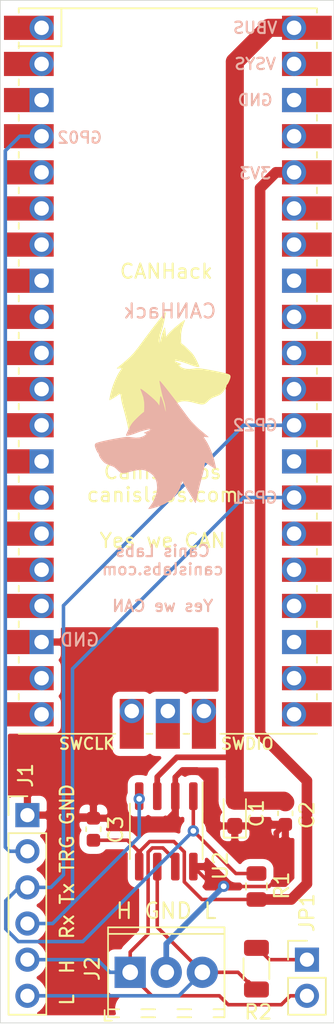
<source format=kicad_pcb>
(kicad_pcb (version 20171130) (host pcbnew "(5.1.9-0-10_14)")

  (general
    (thickness 1.6)
    (drawings 12)
    (tracks 134)
    (zones 0)
    (modules 12)
    (nets 47)
  )

  (page A4)
  (title_block
    (title "CANHack board ")
    (date 2021-04-15)
    (rev pA3)
    (company "Canis Automotive Labs")
  )

  (layers
    (0 F.Cu signal)
    (31 B.Cu signal)
    (32 B.Adhes user)
    (33 F.Adhes user)
    (34 B.Paste user)
    (35 F.Paste user)
    (36 B.SilkS user)
    (37 F.SilkS user)
    (38 B.Mask user)
    (39 F.Mask user)
    (40 Dwgs.User user)
    (41 Cmts.User user)
    (42 Eco1.User user)
    (43 Eco2.User user)
    (44 Edge.Cuts user)
    (45 Margin user)
    (46 B.CrtYd user)
    (47 F.CrtYd user)
    (48 B.Fab user hide)
    (49 F.Fab user hide)
  )

  (setup
    (last_trace_width 0.25)
    (user_trace_width 0.4)
    (user_trace_width 0.75)
    (user_trace_width 1)
    (user_trace_width 1.27)
    (trace_clearance 0.2)
    (zone_clearance 0.508)
    (zone_45_only no)
    (trace_min 0.2)
    (via_size 0.8)
    (via_drill 0.4)
    (via_min_size 0.4)
    (via_min_drill 0.3)
    (uvia_size 0.3)
    (uvia_drill 0.1)
    (uvias_allowed no)
    (uvia_min_size 0.2)
    (uvia_min_drill 0.1)
    (edge_width 0.05)
    (segment_width 0.2)
    (pcb_text_width 0.3)
    (pcb_text_size 1.5 1.5)
    (mod_edge_width 0.12)
    (mod_text_size 1 1)
    (mod_text_width 0.15)
    (pad_size 1.575 1.35)
    (pad_drill 0)
    (pad_to_mask_clearance 0)
    (aux_axis_origin 0 0)
    (visible_elements FFFFFF7F)
    (pcbplotparams
      (layerselection 0x010fc_ffffffff)
      (usegerberextensions false)
      (usegerberattributes true)
      (usegerberadvancedattributes true)
      (creategerberjobfile true)
      (excludeedgelayer true)
      (linewidth 0.100000)
      (plotframeref false)
      (viasonmask false)
      (mode 1)
      (useauxorigin false)
      (hpglpennumber 1)
      (hpglpenspeed 20)
      (hpglpendiameter 15.000000)
      (psnegative false)
      (psa4output false)
      (plotreference true)
      (plotvalue true)
      (plotinvisibletext false)
      (padsonsilk false)
      (subtractmaskfromsilk false)
      (outputformat 1)
      (mirror false)
      (drillshape 1)
      (scaleselection 1)
      (outputdirectory ""))
  )

  (net 0 "")
  (net 1 +5V)
  (net 2 "Net-(JP1-Pad1)")
  (net 3 +3V3)
  (net 4 "Net-(U1-Pad43)")
  (net 5 "Net-(U1-Pad41)")
  (net 6 "Net-(U1-Pad21)")
  (net 7 "Net-(U1-Pad22)")
  (net 8 "Net-(U1-Pad24)")
  (net 9 "Net-(U1-Pad25)")
  (net 10 "Net-(U1-Pad26)")
  (net 11 "Net-(U1-Pad28)")
  (net 12 "Net-(U1-Pad30)")
  (net 13 "Net-(U1-Pad31)")
  (net 14 "Net-(U1-Pad32)")
  (net 15 "Net-(U1-Pad33)")
  (net 16 "Net-(U1-Pad34)")
  (net 17 "Net-(U1-Pad35)")
  (net 18 "Net-(U1-Pad37)")
  (net 19 "Net-(U1-Pad38)")
  (net 20 "Net-(U1-Pad39)")
  (net 21 "Net-(U1-Pad19)")
  (net 22 "Net-(U1-Pad17)")
  (net 23 "Net-(U1-Pad16)")
  (net 24 "Net-(U1-Pad15)")
  (net 25 "Net-(U1-Pad14)")
  (net 26 "Net-(U1-Pad13)")
  (net 27 "Net-(U1-Pad12)")
  (net 28 "Net-(U1-Pad11)")
  (net 29 "Net-(U1-Pad10)")
  (net 30 "Net-(U1-Pad9)")
  (net 31 "Net-(U1-Pad8)")
  (net 32 "Net-(U1-Pad7)")
  (net 33 "Net-(U1-Pad6)")
  (net 34 "Net-(U1-Pad5)")
  (net 35 "Net-(U1-Pad3)")
  (net 36 "Net-(U1-Pad2)")
  (net 37 "Net-(U1-Pad1)")
  (net 38 /CAN_L)
  (net 39 /CAN_H)
  (net 40 /CAN_Rx)
  (net 41 /CAN_Tx)
  (net 42 /TRIG)
  (net 43 "Net-(U1-Pad20)")
  (net 44 GND)
  (net 45 "Net-(U1-Pad42)")
  (net 46 "Net-(U1-Pad23)")

  (net_class Default "This is the default net class."
    (clearance 0.2)
    (trace_width 0.25)
    (via_dia 0.8)
    (via_drill 0.4)
    (uvia_dia 0.3)
    (uvia_drill 0.1)
    (add_net +3V3)
    (add_net +5V)
    (add_net /CAN_H)
    (add_net /CAN_L)
    (add_net /CAN_Rx)
    (add_net /CAN_Tx)
    (add_net /TRIG)
    (add_net GND)
    (add_net "Net-(JP1-Pad1)")
    (add_net "Net-(U1-Pad1)")
    (add_net "Net-(U1-Pad10)")
    (add_net "Net-(U1-Pad11)")
    (add_net "Net-(U1-Pad12)")
    (add_net "Net-(U1-Pad13)")
    (add_net "Net-(U1-Pad14)")
    (add_net "Net-(U1-Pad15)")
    (add_net "Net-(U1-Pad16)")
    (add_net "Net-(U1-Pad17)")
    (add_net "Net-(U1-Pad19)")
    (add_net "Net-(U1-Pad2)")
    (add_net "Net-(U1-Pad20)")
    (add_net "Net-(U1-Pad21)")
    (add_net "Net-(U1-Pad22)")
    (add_net "Net-(U1-Pad23)")
    (add_net "Net-(U1-Pad24)")
    (add_net "Net-(U1-Pad25)")
    (add_net "Net-(U1-Pad26)")
    (add_net "Net-(U1-Pad28)")
    (add_net "Net-(U1-Pad3)")
    (add_net "Net-(U1-Pad30)")
    (add_net "Net-(U1-Pad31)")
    (add_net "Net-(U1-Pad32)")
    (add_net "Net-(U1-Pad33)")
    (add_net "Net-(U1-Pad34)")
    (add_net "Net-(U1-Pad35)")
    (add_net "Net-(U1-Pad37)")
    (add_net "Net-(U1-Pad38)")
    (add_net "Net-(U1-Pad39)")
    (add_net "Net-(U1-Pad41)")
    (add_net "Net-(U1-Pad42)")
    (add_net "Net-(U1-Pad43)")
    (add_net "Net-(U1-Pad5)")
    (add_net "Net-(U1-Pad6)")
    (add_net "Net-(U1-Pad7)")
    (add_net "Net-(U1-Pad8)")
    (add_net "Net-(U1-Pad9)")
  )

  (module Resistor_SMD:R_1206_3216Metric (layer F.Cu) (tedit 5F68FEEE) (tstamp 6049C657)
    (at 142.24 134.874 270)
    (descr "Resistor SMD 1206 (3216 Metric), square (rectangular) end terminal, IPC_7351 nominal, (Body size source: IPC-SM-782 page 72, https://www.pcb-3d.com/wordpress/wp-content/uploads/ipc-sm-782a_amendment_1_and_2.pdf), generated with kicad-footprint-generator")
    (tags resistor)
    (path /602E4477)
    (attr smd)
    (fp_text reference R2 (at 3.048 -0.127 180) (layer F.SilkS)
      (effects (font (size 1 1) (thickness 0.15)))
    )
    (fp_text value 120 (at 0 1.82 90) (layer F.Fab)
      (effects (font (size 1 1) (thickness 0.15)))
    )
    (fp_line (start 2.28 1.12) (end -2.28 1.12) (layer F.CrtYd) (width 0.05))
    (fp_line (start 2.28 -1.12) (end 2.28 1.12) (layer F.CrtYd) (width 0.05))
    (fp_line (start -2.28 -1.12) (end 2.28 -1.12) (layer F.CrtYd) (width 0.05))
    (fp_line (start -2.28 1.12) (end -2.28 -1.12) (layer F.CrtYd) (width 0.05))
    (fp_line (start -0.727064 0.91) (end 0.727064 0.91) (layer F.SilkS) (width 0.12))
    (fp_line (start -0.727064 -0.91) (end 0.727064 -0.91) (layer F.SilkS) (width 0.12))
    (fp_line (start 1.6 0.8) (end -1.6 0.8) (layer F.Fab) (width 0.1))
    (fp_line (start 1.6 -0.8) (end 1.6 0.8) (layer F.Fab) (width 0.1))
    (fp_line (start -1.6 -0.8) (end 1.6 -0.8) (layer F.Fab) (width 0.1))
    (fp_line (start -1.6 0.8) (end -1.6 -0.8) (layer F.Fab) (width 0.1))
    (fp_text user %R (at 0 0 90) (layer F.Fab)
      (effects (font (size 0.8 0.8) (thickness 0.12)))
    )
    (pad 2 smd roundrect (at 1.4625 0 270) (size 1.125 1.75) (layers F.Cu F.Paste F.Mask) (roundrect_rratio 0.222222)
      (net 38 /CAN_L))
    (pad 1 smd roundrect (at -1.4625 0 270) (size 1.125 1.75) (layers F.Cu F.Paste F.Mask) (roundrect_rratio 0.222222)
      (net 2 "Net-(JP1-Pad1)"))
    (model ${KISYS3DMOD}/Resistor_SMD.3dshapes/R_1206_3216Metric.wrl
      (at (xyz 0 0 0))
      (scale (xyz 1 1 1))
      (rotate (xyz 0 0 0))
    )
  )

  (module Resistor_SMD:R_0805_2012Metric (layer F.Cu) (tedit 5F68FEEE) (tstamp 6049C646)
    (at 142.24 129.096 90)
    (descr "Resistor SMD 0805 (2012 Metric), square (rectangular) end terminal, IPC_7351 nominal, (Body size source: IPC-SM-782 page 72, https://www.pcb-3d.com/wordpress/wp-content/uploads/ipc-sm-782a_amendment_1_and_2.pdf), generated with kicad-footprint-generator")
    (tags resistor)
    (path /602E50E4)
    (attr smd)
    (fp_text reference R1 (at 0.064 1.778 270) (layer F.SilkS)
      (effects (font (size 1 1) (thickness 0.15)))
    )
    (fp_text value 6k8 (at 0 1.65 90) (layer F.Fab)
      (effects (font (size 1 1) (thickness 0.15)))
    )
    (fp_line (start 1.68 0.95) (end -1.68 0.95) (layer F.CrtYd) (width 0.05))
    (fp_line (start 1.68 -0.95) (end 1.68 0.95) (layer F.CrtYd) (width 0.05))
    (fp_line (start -1.68 -0.95) (end 1.68 -0.95) (layer F.CrtYd) (width 0.05))
    (fp_line (start -1.68 0.95) (end -1.68 -0.95) (layer F.CrtYd) (width 0.05))
    (fp_line (start -0.227064 0.735) (end 0.227064 0.735) (layer F.SilkS) (width 0.12))
    (fp_line (start -0.227064 -0.735) (end 0.227064 -0.735) (layer F.SilkS) (width 0.12))
    (fp_line (start 1 0.625) (end -1 0.625) (layer F.Fab) (width 0.1))
    (fp_line (start 1 -0.625) (end 1 0.625) (layer F.Fab) (width 0.1))
    (fp_line (start -1 -0.625) (end 1 -0.625) (layer F.Fab) (width 0.1))
    (fp_line (start -1 0.625) (end -1 -0.625) (layer F.Fab) (width 0.1))
    (fp_text user %R (at 0 0 90) (layer F.Fab)
      (effects (font (size 0.5 0.5) (thickness 0.08)))
    )
    (pad 2 smd roundrect (at 0.9125 0 90) (size 1.025 1.4) (layers F.Cu F.Paste F.Mask) (roundrect_rratio 0.243902)
      (net 41 /CAN_Tx))
    (pad 1 smd roundrect (at -0.9125 0 90) (size 1.025 1.4) (layers F.Cu F.Paste F.Mask) (roundrect_rratio 0.243902)
      (net 3 +3V3))
    (model ${KISYS3DMOD}/Resistor_SMD.3dshapes/R_0805_2012Metric.wrl
      (at (xyz 0 0 0))
      (scale (xyz 1 1 1))
      (rotate (xyz 0 0 0))
    )
  )

  (module Capacitor_SMD:C_0603_1608Metric (layer F.Cu) (tedit 5F68FEEE) (tstamp 6049C5D8)
    (at 130.759 125.07 270)
    (descr "Capacitor SMD 0603 (1608 Metric), square (rectangular) end terminal, IPC_7351 nominal, (Body size source: IPC-SM-782 page 76, https://www.pcb-3d.com/wordpress/wp-content/uploads/ipc-sm-782a_amendment_1_and_2.pdf), generated with kicad-footprint-generator")
    (tags capacitor)
    (path /603830EF)
    (attr smd)
    (fp_text reference C3 (at 0.025 -1.575 270) (layer F.SilkS)
      (effects (font (size 1 1) (thickness 0.15)))
    )
    (fp_text value 100nF (at 0 1.43 90) (layer F.Fab)
      (effects (font (size 1 1) (thickness 0.15)))
    )
    (fp_line (start 1.48 0.73) (end -1.48 0.73) (layer F.CrtYd) (width 0.05))
    (fp_line (start 1.48 -0.73) (end 1.48 0.73) (layer F.CrtYd) (width 0.05))
    (fp_line (start -1.48 -0.73) (end 1.48 -0.73) (layer F.CrtYd) (width 0.05))
    (fp_line (start -1.48 0.73) (end -1.48 -0.73) (layer F.CrtYd) (width 0.05))
    (fp_line (start -0.14058 0.51) (end 0.14058 0.51) (layer F.SilkS) (width 0.12))
    (fp_line (start -0.14058 -0.51) (end 0.14058 -0.51) (layer F.SilkS) (width 0.12))
    (fp_line (start 0.8 0.4) (end -0.8 0.4) (layer F.Fab) (width 0.1))
    (fp_line (start 0.8 -0.4) (end 0.8 0.4) (layer F.Fab) (width 0.1))
    (fp_line (start -0.8 -0.4) (end 0.8 -0.4) (layer F.Fab) (width 0.1))
    (fp_line (start -0.8 0.4) (end -0.8 -0.4) (layer F.Fab) (width 0.1))
    (fp_text user %R (at 0 0 90) (layer F.Fab)
      (effects (font (size 0.4 0.4) (thickness 0.06)))
    )
    (pad 2 smd roundrect (at 0.775 0 270) (size 0.9 0.95) (layers F.Cu F.Paste F.Mask) (roundrect_rratio 0.25)
      (net 3 +3V3))
    (pad 1 smd roundrect (at -0.775 0 270) (size 0.9 0.95) (layers F.Cu F.Paste F.Mask) (roundrect_rratio 0.25)
      (net 44 GND))
    (model ${KISYS3DMOD}/Capacitor_SMD.3dshapes/C_0603_1608Metric.wrl
      (at (xyz 0 0 0))
      (scale (xyz 1 1 1))
      (rotate (xyz 0 0 0))
    )
  )

  (module Capacitor_SMD:C_0603_1608Metric (layer F.Cu) (tedit 5F68FEEE) (tstamp 6049C5C5)
    (at 144.272 123.952 90)
    (descr "Capacitor SMD 0603 (1608 Metric), square (rectangular) end terminal, IPC_7351 nominal, (Body size source: IPC-SM-782 page 76, https://www.pcb-3d.com/wordpress/wp-content/uploads/ipc-sm-782a_amendment_1_and_2.pdf), generated with kicad-footprint-generator")
    (tags capacitor)
    (path /602FB7CF)
    (attr smd)
    (fp_text reference C2 (at -0.127 1.524 270) (layer F.SilkS)
      (effects (font (size 1 1) (thickness 0.15)))
    )
    (fp_text value 100nF (at 0 1.43 90) (layer F.Fab)
      (effects (font (size 1 1) (thickness 0.15)))
    )
    (fp_line (start 1.48 0.73) (end -1.48 0.73) (layer F.CrtYd) (width 0.05))
    (fp_line (start 1.48 -0.73) (end 1.48 0.73) (layer F.CrtYd) (width 0.05))
    (fp_line (start -1.48 -0.73) (end 1.48 -0.73) (layer F.CrtYd) (width 0.05))
    (fp_line (start -1.48 0.73) (end -1.48 -0.73) (layer F.CrtYd) (width 0.05))
    (fp_line (start -0.14058 0.51) (end 0.14058 0.51) (layer F.SilkS) (width 0.12))
    (fp_line (start -0.14058 -0.51) (end 0.14058 -0.51) (layer F.SilkS) (width 0.12))
    (fp_line (start 0.8 0.4) (end -0.8 0.4) (layer F.Fab) (width 0.1))
    (fp_line (start 0.8 -0.4) (end 0.8 0.4) (layer F.Fab) (width 0.1))
    (fp_line (start -0.8 -0.4) (end 0.8 -0.4) (layer F.Fab) (width 0.1))
    (fp_line (start -0.8 0.4) (end -0.8 -0.4) (layer F.Fab) (width 0.1))
    (fp_text user %R (at 0 0 90) (layer F.Fab)
      (effects (font (size 0.4 0.4) (thickness 0.06)))
    )
    (pad 2 smd roundrect (at 0.775 0 90) (size 0.9 0.95) (layers F.Cu F.Paste F.Mask) (roundrect_rratio 0.25)
      (net 1 +5V))
    (pad 1 smd roundrect (at -0.775 0 90) (size 0.9 0.95) (layers F.Cu F.Paste F.Mask) (roundrect_rratio 0.25)
      (net 44 GND))
    (model ${KISYS3DMOD}/Capacitor_SMD.3dshapes/C_0603_1608Metric.wrl
      (at (xyz 0 0 0))
      (scale (xyz 1 1 1))
      (rotate (xyz 0 0 0))
    )
  )

  (module Capacitor_Tantalum_SMD:CP_EIA-2012-15_AVX-P (layer F.Cu) (tedit 5EBA9318) (tstamp 6049C5B2)
    (at 140.716 123.952 90)
    (descr "Tantalum Capacitor SMD AVX-P (2012-15 Metric), IPC_7351 nominal, (Body size from: https://www.vishay.com/docs/40182/tmch.pdf), generated with kicad-footprint-generator")
    (tags "capacitor tantalum")
    (path /602FA7C8)
    (attr smd)
    (fp_text reference C1 (at 0 1.524 270) (layer F.SilkS)
      (effects (font (size 1 1) (thickness 0.15)))
    )
    (fp_text value 4.7uF (at 0 1.58 90) (layer F.Fab)
      (effects (font (size 1 1) (thickness 0.15)))
    )
    (fp_line (start 1.7 0.88) (end -1.7 0.88) (layer F.CrtYd) (width 0.05))
    (fp_line (start 1.7 -0.88) (end 1.7 0.88) (layer F.CrtYd) (width 0.05))
    (fp_line (start -1.7 -0.88) (end 1.7 -0.88) (layer F.CrtYd) (width 0.05))
    (fp_line (start -1.7 0.88) (end -1.7 -0.88) (layer F.CrtYd) (width 0.05))
    (fp_line (start -1.71 0.785) (end 1 0.785) (layer F.SilkS) (width 0.12))
    (fp_line (start -1.71 -0.785) (end -1.71 0.785) (layer F.SilkS) (width 0.12))
    (fp_line (start 1 -0.785) (end -1.71 -0.785) (layer F.SilkS) (width 0.12))
    (fp_line (start 1 0.625) (end 1 -0.625) (layer F.Fab) (width 0.1))
    (fp_line (start -1 0.625) (end 1 0.625) (layer F.Fab) (width 0.1))
    (fp_line (start -1 -0.3125) (end -1 0.625) (layer F.Fab) (width 0.1))
    (fp_line (start -0.6875 -0.625) (end -1 -0.3125) (layer F.Fab) (width 0.1))
    (fp_line (start 1 -0.625) (end -0.6875 -0.625) (layer F.Fab) (width 0.1))
    (fp_text user %R (at 0 0 90) (layer F.Fab)
      (effects (font (size 0.5 0.5) (thickness 0.08)))
    )
    (pad 2 smd roundrect (at 0.8875 0 90) (size 1.125 1.05) (layers F.Cu F.Paste F.Mask) (roundrect_rratio 0.238095)
      (net 1 +5V))
    (pad 1 smd roundrect (at -0.8875 0 90) (size 1.125 1.05) (layers F.Cu F.Paste F.Mask) (roundrect_rratio 0.238095)
      (net 44 GND))
    (model ${KISYS3DMOD}/Capacitor_Tantalum_SMD.3dshapes/CP_EIA-2012-15_AVX-P.wrl
      (at (xyz 0 0 0))
      (scale (xyz 1 1 1))
      (rotate (xyz 0 0 0))
    )
  )

  (module "Canis:Canis logo 10mm" (layer B.Cu) (tedit 6026E66F) (tstamp 6049839E)
    (at 135.128 98.044 180)
    (fp_text reference G2 (at 0 0) (layer B.SilkS) hide
      (effects (font (size 1.524 1.524) (thickness 0.3)) (justify mirror))
    )
    (fp_text value LOGO (at 0.75 0) (layer B.SilkS) hide
      (effects (font (size 1.524 1.524) (thickness 0.3)) (justify mirror))
    )
    (fp_poly (pts (xy -0.288259 4.457814) (xy -0.301713 4.361987) (xy -0.326578 4.223538) (xy -0.360054 4.05539)
      (xy -0.399344 3.870472) (xy -0.441649 3.681708) (xy -0.484172 3.502024) (xy -0.524113 3.344347)
      (xy -0.558675 3.221603) (xy -0.577678 3.164679) (xy -0.628 3.012316) (xy -0.66865 2.854709)
      (xy -0.688657 2.741346) (xy -0.70471 2.606458) (xy -0.721653 2.478212) (xy -0.728096 2.434167)
      (xy -0.737913 2.348616) (xy -0.732811 2.324435) (xy -0.715764 2.354745) (xy -0.689747 2.432667)
      (xy -0.657733 2.551323) (xy -0.634093 2.651596) (xy -0.587293 2.834201) (xy -0.527203 3.033097)
      (xy -0.466625 3.205984) (xy -0.465154 3.209764) (xy -0.418393 3.325911) (xy -0.384254 3.394118)
      (xy -0.359395 3.410292) (xy -0.340478 3.370342) (xy -0.324161 3.270175) (xy -0.307106 3.105699)
      (xy -0.297865 3.004792) (xy -0.274531 2.74639) (xy -0.158764 2.916598) (xy -0.09493 2.994687)
      (xy 0.004255 3.096946) (xy 0.130127 3.216215) (xy 0.274023 3.345339) (xy 0.42728 3.477158)
      (xy 0.581233 3.604514) (xy 0.727219 3.720251) (xy 0.856576 3.817211) (xy 0.960638 3.888234)
      (xy 1.030744 3.926165) (xy 1.058228 3.923844) (xy 1.058333 3.922164) (xy 1.044981 3.87422)
      (xy 1.010435 3.784121) (xy 0.974554 3.699737) (xy 0.84939 3.343276) (xy 0.787815 2.977639)
      (xy 0.782551 2.658952) (xy 0.797578 2.315375) (xy 0.936775 2.208287) (xy 1.018371 2.139669)
      (xy 1.133061 2.035594) (xy 1.264627 1.911068) (xy 1.377713 1.800252) (xy 1.514733 1.659344)
      (xy 1.61926 1.538252) (xy 1.706464 1.415705) (xy 1.791517 1.270432) (xy 1.887274 1.085765)
      (xy 1.962605 0.93035) (xy 2.021752 0.797563) (xy 2.059543 0.699875) (xy 2.070802 0.649761)
      (xy 2.069443 0.646573) (xy 2.014984 0.636098) (xy 1.907088 0.650645) (xy 1.757109 0.687301)
      (xy 1.5764 0.743154) (xy 1.376316 0.815294) (xy 1.310109 0.841319) (xy 1.136973 0.90633)
      (xy 0.964038 0.963502) (xy 0.79872 1.011573) (xy 0.648438 1.049286) (xy 0.520607 1.075379)
      (xy 0.422644 1.088592) (xy 0.361966 1.087667) (xy 0.345989 1.071342) (xy 0.382131 1.038358)
      (xy 0.477808 0.987456) (xy 0.493889 0.979971) (xy 0.610954 0.927141) (xy 0.71099 0.883772)
      (xy 0.758472 0.864579) (xy 0.802737 0.841444) (xy 0.781709 0.823929) (xy 0.776111 0.822126)
      (xy 0.683901 0.79286) (xy 0.646112 0.772626) (xy 0.650164 0.748346) (xy 0.675124 0.717163)
      (xy 0.733562 0.669701) (xy 0.830934 0.611364) (xy 0.899583 0.576814) (xy 1.117616 0.511317)
      (xy 1.387032 0.494171) (xy 1.70783 0.525377) (xy 1.751824 0.532726) (xy 1.845701 0.546291)
      (xy 1.938163 0.551674) (xy 2.043764 0.547858) (xy 2.17706 0.533829) (xy 2.352607 0.508567)
      (xy 2.548463 0.477086) (xy 2.828303 0.428753) (xy 3.107918 0.376371) (xy 3.376719 0.322277)
      (xy 3.624116 0.268807) (xy 3.839519 0.2183) (xy 4.012339 0.173093) (xy 4.131985 0.135523)
      (xy 4.171597 0.118804) (xy 4.243299 0.063421) (xy 4.267754 -0.018921) (xy 4.268611 -0.048188)
      (xy 4.254814 -0.128689) (xy 4.219032 -0.238463) (xy 4.169681 -0.358924) (xy 4.115174 -0.471485)
      (xy 4.063926 -0.557559) (xy 4.024353 -0.598561) (xy 4.018913 -0.599722) (xy 3.994227 -0.629859)
      (xy 3.986389 -0.685655) (xy 3.962543 -0.77487) (xy 3.899705 -0.893774) (xy 3.810924 -1.024412)
      (xy 3.709249 -1.148829) (xy 3.607729 -1.249072) (xy 3.543044 -1.295642) (xy 3.439829 -1.346823)
      (xy 3.298905 -1.407509) (xy 3.149576 -1.465131) (xy 3.139722 -1.468669) (xy 2.977634 -1.53418)
      (xy 2.854922 -1.606465) (xy 2.741489 -1.704607) (xy 2.69875 -1.74824) (xy 2.574526 -1.868521)
      (xy 2.462369 -1.946927) (xy 2.346474 -1.986467) (xy 2.211035 -1.990152) (xy 2.040244 -1.960991)
      (xy 1.847464 -1.910354) (xy 1.524319 -1.82615) (xy 1.252778 -1.775056) (xy 1.021559 -1.758193)
      (xy 0.819381 -1.776678) (xy 0.634962 -1.831633) (xy 0.457019 -1.924176) (xy 0.27427 -2.055427)
      (xy 0.258636 -2.068012) (xy 0.11604 -2.204545) (xy 0.014541 -2.357053) (xy -0.057547 -2.546177)
      (xy -0.091799 -2.687039) (xy -0.122519 -2.998149) (xy -0.092438 -3.324939) (xy -0.005146 -3.654256)
      (xy 0.135762 -3.97295) (xy 0.326694 -4.267866) (xy 0.347194 -4.294032) (xy 0.421499 -4.38991)
      (xy 0.474271 -4.462948) (xy 0.493889 -4.496879) (xy 0.48196 -4.510229) (xy 0.438966 -4.510187)
      (xy 0.354096 -4.495167) (xy 0.216539 -4.463584) (xy 0.141111 -4.445162) (xy -0.30161 -4.308151)
      (xy -0.695732 -4.128695) (xy -1.038517 -3.909125) (xy -1.327226 -3.651773) (xy -1.559119 -3.358971)
      (xy -1.73146 -3.033049) (xy -1.817538 -2.777648) (xy -1.880452 -2.539047) (xy -2.02763 -2.795287)
      (xy -2.124704 -2.960072) (xy -2.235936 -3.142678) (xy -2.333996 -3.298472) (xy -2.432239 -3.45538)
      (xy -2.541713 -3.637068) (xy -2.640013 -3.806295) (xy -2.647083 -3.81882) (xy -2.71792 -3.94032)
      (xy -2.777235 -4.03408) (xy -2.815974 -4.086129) (xy -2.824294 -4.092222) (xy -2.839876 -4.059815)
      (xy -2.864706 -3.97175) (xy -2.895272 -3.841762) (xy -2.925757 -3.695347) (xy -3.012544 -3.288576)
      (xy -3.119779 -2.84165) (xy -3.241255 -2.379743) (xy -3.313296 -2.123546) (xy -3.361417 -1.940264)
      (xy -3.403553 -1.750348) (xy -3.433515 -1.583038) (xy -3.442274 -1.514221) (xy -3.457787 -1.390012)
      (xy -3.475619 -1.296376) (xy -3.492031 -1.25273) (xy -3.492728 -1.25222) (xy -3.534182 -1.261474)
      (xy -3.609911 -1.30329) (xy -3.655662 -1.334275) (xy -3.782988 -1.422132) (xy -3.917307 -1.508829)
      (xy -4.045038 -1.586352) (xy -4.1526 -1.646686) (xy -4.226412 -1.681816) (xy -4.252128 -1.686298)
      (xy -4.254475 -1.643503) (xy -4.241155 -1.547168) (xy -4.215207 -1.41178) (xy -4.17967 -1.251828)
      (xy -4.137584 -1.081801) (xy -4.091988 -0.916189) (xy -4.087102 -0.899583) (xy -3.997265 -0.629743)
      (xy -3.886891 -0.35009) (xy -3.765926 -0.08336) (xy -3.644315 0.147716) (xy -3.58938 0.238134)
      (xy -3.513282 0.356541) (xy -3.449974 0.455664) (xy -3.410949 0.51749) (xy -3.406776 0.524278)
      (xy -3.401558 0.550979) (xy -3.438283 0.559379) (xy -3.529159 0.551341) (xy -3.558544 0.547426)
      (xy -3.660133 0.536425) (xy -3.725764 0.53502) (xy -3.739444 0.539644) (xy -3.713601 0.567096)
      (xy -3.643252 0.629166) (xy -3.539163 0.71662) (xy -3.413125 0.819406) (xy -3.078809 1.099198)
      (xy -2.794297 1.362219) (xy -2.545871 1.622406) (xy -2.319816 1.893698) (xy -2.201864 2.050207)
      (xy -1.980046 2.35232) (xy -1.756036 2.653872) (xy -1.53389 2.949669) (xy -1.317667 3.234519)
      (xy -1.111425 3.503227) (xy -0.919223 3.750601) (xy -0.745118 3.971446) (xy -0.59317 4.16057)
      (xy -0.467436 4.312779) (xy -0.371975 4.422879) (xy -0.310845 4.485678) (xy -0.289013 4.498091)
      (xy -0.288259 4.457814)) (layer B.SilkS) (width 0.01))
  )

  (module "Canis:Canis logo 10mm" (layer F.Cu) (tedit 6026E66F) (tstamp 6049837D)
    (at 136.144 93.218)
    (fp_text reference G*** (at 0 0) (layer F.SilkS) hide
      (effects (font (size 1.524 1.524) (thickness 0.3)))
    )
    (fp_text value LOGO (at 0.75 0) (layer F.SilkS) hide
      (effects (font (size 1.524 1.524) (thickness 0.3)))
    )
    (fp_poly (pts (xy -0.288259 -4.457814) (xy -0.301713 -4.361987) (xy -0.326578 -4.223538) (xy -0.360054 -4.05539)
      (xy -0.399344 -3.870472) (xy -0.441649 -3.681708) (xy -0.484172 -3.502024) (xy -0.524113 -3.344347)
      (xy -0.558675 -3.221603) (xy -0.577678 -3.164679) (xy -0.628 -3.012316) (xy -0.66865 -2.854709)
      (xy -0.688657 -2.741346) (xy -0.70471 -2.606458) (xy -0.721653 -2.478212) (xy -0.728096 -2.434167)
      (xy -0.737913 -2.348616) (xy -0.732811 -2.324435) (xy -0.715764 -2.354745) (xy -0.689747 -2.432667)
      (xy -0.657733 -2.551323) (xy -0.634093 -2.651596) (xy -0.587293 -2.834201) (xy -0.527203 -3.033097)
      (xy -0.466625 -3.205984) (xy -0.465154 -3.209764) (xy -0.418393 -3.325911) (xy -0.384254 -3.394118)
      (xy -0.359395 -3.410292) (xy -0.340478 -3.370342) (xy -0.324161 -3.270175) (xy -0.307106 -3.105699)
      (xy -0.297865 -3.004792) (xy -0.274531 -2.74639) (xy -0.158764 -2.916598) (xy -0.09493 -2.994687)
      (xy 0.004255 -3.096946) (xy 0.130127 -3.216215) (xy 0.274023 -3.345339) (xy 0.42728 -3.477158)
      (xy 0.581233 -3.604514) (xy 0.727219 -3.720251) (xy 0.856576 -3.817211) (xy 0.960638 -3.888234)
      (xy 1.030744 -3.926165) (xy 1.058228 -3.923844) (xy 1.058333 -3.922164) (xy 1.044981 -3.87422)
      (xy 1.010435 -3.784121) (xy 0.974554 -3.699737) (xy 0.84939 -3.343276) (xy 0.787815 -2.977639)
      (xy 0.782551 -2.658952) (xy 0.797578 -2.315375) (xy 0.936775 -2.208287) (xy 1.018371 -2.139669)
      (xy 1.133061 -2.035594) (xy 1.264627 -1.911068) (xy 1.377713 -1.800252) (xy 1.514733 -1.659344)
      (xy 1.61926 -1.538252) (xy 1.706464 -1.415705) (xy 1.791517 -1.270432) (xy 1.887274 -1.085765)
      (xy 1.962605 -0.93035) (xy 2.021752 -0.797563) (xy 2.059543 -0.699875) (xy 2.070802 -0.649761)
      (xy 2.069443 -0.646573) (xy 2.014984 -0.636098) (xy 1.907088 -0.650645) (xy 1.757109 -0.687301)
      (xy 1.5764 -0.743154) (xy 1.376316 -0.815294) (xy 1.310109 -0.841319) (xy 1.136973 -0.90633)
      (xy 0.964038 -0.963502) (xy 0.79872 -1.011573) (xy 0.648438 -1.049286) (xy 0.520607 -1.075379)
      (xy 0.422644 -1.088592) (xy 0.361966 -1.087667) (xy 0.345989 -1.071342) (xy 0.382131 -1.038358)
      (xy 0.477808 -0.987456) (xy 0.493889 -0.979971) (xy 0.610954 -0.927141) (xy 0.71099 -0.883772)
      (xy 0.758472 -0.864579) (xy 0.802737 -0.841444) (xy 0.781709 -0.823929) (xy 0.776111 -0.822126)
      (xy 0.683901 -0.79286) (xy 0.646112 -0.772626) (xy 0.650164 -0.748346) (xy 0.675124 -0.717163)
      (xy 0.733562 -0.669701) (xy 0.830934 -0.611364) (xy 0.899583 -0.576814) (xy 1.117616 -0.511317)
      (xy 1.387032 -0.494171) (xy 1.70783 -0.525377) (xy 1.751824 -0.532726) (xy 1.845701 -0.546291)
      (xy 1.938163 -0.551674) (xy 2.043764 -0.547858) (xy 2.17706 -0.533829) (xy 2.352607 -0.508567)
      (xy 2.548463 -0.477086) (xy 2.828303 -0.428753) (xy 3.107918 -0.376371) (xy 3.376719 -0.322277)
      (xy 3.624116 -0.268807) (xy 3.839519 -0.2183) (xy 4.012339 -0.173093) (xy 4.131985 -0.135523)
      (xy 4.171597 -0.118804) (xy 4.243299 -0.063421) (xy 4.267754 0.018921) (xy 4.268611 0.048188)
      (xy 4.254814 0.128689) (xy 4.219032 0.238463) (xy 4.169681 0.358924) (xy 4.115174 0.471485)
      (xy 4.063926 0.557559) (xy 4.024353 0.598561) (xy 4.018913 0.599722) (xy 3.994227 0.629859)
      (xy 3.986389 0.685655) (xy 3.962543 0.77487) (xy 3.899705 0.893774) (xy 3.810924 1.024412)
      (xy 3.709249 1.148829) (xy 3.607729 1.249072) (xy 3.543044 1.295642) (xy 3.439829 1.346823)
      (xy 3.298905 1.407509) (xy 3.149576 1.465131) (xy 3.139722 1.468669) (xy 2.977634 1.53418)
      (xy 2.854922 1.606465) (xy 2.741489 1.704607) (xy 2.69875 1.74824) (xy 2.574526 1.868521)
      (xy 2.462369 1.946927) (xy 2.346474 1.986467) (xy 2.211035 1.990152) (xy 2.040244 1.960991)
      (xy 1.847464 1.910354) (xy 1.524319 1.82615) (xy 1.252778 1.775056) (xy 1.021559 1.758193)
      (xy 0.819381 1.776678) (xy 0.634962 1.831633) (xy 0.457019 1.924176) (xy 0.27427 2.055427)
      (xy 0.258636 2.068012) (xy 0.11604 2.204545) (xy 0.014541 2.357053) (xy -0.057547 2.546177)
      (xy -0.091799 2.687039) (xy -0.122519 2.998149) (xy -0.092438 3.324939) (xy -0.005146 3.654256)
      (xy 0.135762 3.97295) (xy 0.326694 4.267866) (xy 0.347194 4.294032) (xy 0.421499 4.38991)
      (xy 0.474271 4.462948) (xy 0.493889 4.496879) (xy 0.48196 4.510229) (xy 0.438966 4.510187)
      (xy 0.354096 4.495167) (xy 0.216539 4.463584) (xy 0.141111 4.445162) (xy -0.30161 4.308151)
      (xy -0.695732 4.128695) (xy -1.038517 3.909125) (xy -1.327226 3.651773) (xy -1.559119 3.358971)
      (xy -1.73146 3.033049) (xy -1.817538 2.777648) (xy -1.880452 2.539047) (xy -2.02763 2.795287)
      (xy -2.124704 2.960072) (xy -2.235936 3.142678) (xy -2.333996 3.298472) (xy -2.432239 3.45538)
      (xy -2.541713 3.637068) (xy -2.640013 3.806295) (xy -2.647083 3.81882) (xy -2.71792 3.94032)
      (xy -2.777235 4.03408) (xy -2.815974 4.086129) (xy -2.824294 4.092222) (xy -2.839876 4.059815)
      (xy -2.864706 3.97175) (xy -2.895272 3.841762) (xy -2.925757 3.695347) (xy -3.012544 3.288576)
      (xy -3.119779 2.84165) (xy -3.241255 2.379743) (xy -3.313296 2.123546) (xy -3.361417 1.940264)
      (xy -3.403553 1.750348) (xy -3.433515 1.583038) (xy -3.442274 1.514221) (xy -3.457787 1.390012)
      (xy -3.475619 1.296376) (xy -3.492031 1.25273) (xy -3.492728 1.25222) (xy -3.534182 1.261474)
      (xy -3.609911 1.30329) (xy -3.655662 1.334275) (xy -3.782988 1.422132) (xy -3.917307 1.508829)
      (xy -4.045038 1.586352) (xy -4.1526 1.646686) (xy -4.226412 1.681816) (xy -4.252128 1.686298)
      (xy -4.254475 1.643503) (xy -4.241155 1.547168) (xy -4.215207 1.41178) (xy -4.17967 1.251828)
      (xy -4.137584 1.081801) (xy -4.091988 0.916189) (xy -4.087102 0.899583) (xy -3.997265 0.629743)
      (xy -3.886891 0.35009) (xy -3.765926 0.08336) (xy -3.644315 -0.147716) (xy -3.58938 -0.238134)
      (xy -3.513282 -0.356541) (xy -3.449974 -0.455664) (xy -3.410949 -0.51749) (xy -3.406776 -0.524278)
      (xy -3.401558 -0.550979) (xy -3.438283 -0.559379) (xy -3.529159 -0.551341) (xy -3.558544 -0.547426)
      (xy -3.660133 -0.536425) (xy -3.725764 -0.53502) (xy -3.739444 -0.539644) (xy -3.713601 -0.567096)
      (xy -3.643252 -0.629166) (xy -3.539163 -0.71662) (xy -3.413125 -0.819406) (xy -3.078809 -1.099198)
      (xy -2.794297 -1.362219) (xy -2.545871 -1.622406) (xy -2.319816 -1.893698) (xy -2.201864 -2.050207)
      (xy -1.980046 -2.35232) (xy -1.756036 -2.653872) (xy -1.53389 -2.949669) (xy -1.317667 -3.234519)
      (xy -1.111425 -3.503227) (xy -0.919223 -3.750601) (xy -0.745118 -3.971446) (xy -0.59317 -4.16057)
      (xy -0.467436 -4.312779) (xy -0.371975 -4.422879) (xy -0.310845 -4.485678) (xy -0.289013 -4.498091)
      (xy -0.288259 -4.457814)) (layer F.SilkS) (width 0.01))
  )

  (module Package_SO:SOIC-8_3.9x4.9mm_P1.27mm (layer F.Cu) (tedit 5D9F72B1) (tstamp 6049C7B5)
    (at 135.89 125.222 270)
    (descr "SOIC, 8 Pin (JEDEC MS-012AA, https://www.analog.com/media/en/package-pcb-resources/package/pkg_pdf/soic_narrow-r/r_8.pdf), generated with kicad-footprint-generator ipc_gullwing_generator.py")
    (tags "SOIC SO")
    (path /602D8A58)
    (attr smd)
    (fp_text reference U2 (at 2.413 -3.81 90) (layer F.SilkS)
      (effects (font (size 1 1) (thickness 0.15)))
    )
    (fp_text value MCP2562FD-E-SN (at 0 3.4 90) (layer F.Fab)
      (effects (font (size 1 1) (thickness 0.15)))
    )
    (fp_line (start 3.7 -2.7) (end -3.7 -2.7) (layer F.CrtYd) (width 0.05))
    (fp_line (start 3.7 2.7) (end 3.7 -2.7) (layer F.CrtYd) (width 0.05))
    (fp_line (start -3.7 2.7) (end 3.7 2.7) (layer F.CrtYd) (width 0.05))
    (fp_line (start -3.7 -2.7) (end -3.7 2.7) (layer F.CrtYd) (width 0.05))
    (fp_line (start -1.95 -1.475) (end -0.975 -2.45) (layer F.Fab) (width 0.1))
    (fp_line (start -1.95 2.45) (end -1.95 -1.475) (layer F.Fab) (width 0.1))
    (fp_line (start 1.95 2.45) (end -1.95 2.45) (layer F.Fab) (width 0.1))
    (fp_line (start 1.95 -2.45) (end 1.95 2.45) (layer F.Fab) (width 0.1))
    (fp_line (start -0.975 -2.45) (end 1.95 -2.45) (layer F.Fab) (width 0.1))
    (fp_line (start 0 -2.56) (end -3.45 -2.56) (layer F.SilkS) (width 0.12))
    (fp_line (start 0 -2.56) (end 1.95 -2.56) (layer F.SilkS) (width 0.12))
    (fp_line (start 0 2.56) (end -1.95 2.56) (layer F.SilkS) (width 0.12))
    (fp_line (start 0 2.56) (end 1.95 2.56) (layer F.SilkS) (width 0.12))
    (fp_text user %R (at 0 0 90) (layer F.Fab)
      (effects (font (size 0.98 0.98) (thickness 0.15)))
    )
    (pad 8 smd roundrect (at 2.475 -1.905 270) (size 1.95 0.6) (layers F.Cu F.Paste F.Mask) (roundrect_rratio 0.25)
      (net 44 GND))
    (pad 7 smd roundrect (at 2.475 -0.635 270) (size 1.95 0.6) (layers F.Cu F.Paste F.Mask) (roundrect_rratio 0.25)
      (net 39 /CAN_H))
    (pad 6 smd roundrect (at 2.475 0.635 270) (size 1.95 0.6) (layers F.Cu F.Paste F.Mask) (roundrect_rratio 0.25)
      (net 38 /CAN_L))
    (pad 5 smd roundrect (at 2.475 1.905 270) (size 1.95 0.6) (layers F.Cu F.Paste F.Mask) (roundrect_rratio 0.25)
      (net 3 +3V3))
    (pad 4 smd roundrect (at -2.475 1.905 270) (size 1.95 0.6) (layers F.Cu F.Paste F.Mask) (roundrect_rratio 0.25)
      (net 40 /CAN_Rx))
    (pad 3 smd roundrect (at -2.475 0.635 270) (size 1.95 0.6) (layers F.Cu F.Paste F.Mask) (roundrect_rratio 0.25)
      (net 1 +5V))
    (pad 2 smd roundrect (at -2.475 -0.635 270) (size 1.95 0.6) (layers F.Cu F.Paste F.Mask) (roundrect_rratio 0.25)
      (net 44 GND))
    (pad 1 smd roundrect (at -2.475 -1.905 270) (size 1.95 0.6) (layers F.Cu F.Paste F.Mask) (roundrect_rratio 0.25)
      (net 41 /CAN_Tx))
    (model ${KISYS3DMOD}/Package_SO.3dshapes/SOIC-8_3.9x4.9mm_P1.27mm.wrl
      (at (xyz 0 0 0))
      (scale (xyz 1 1 1))
      (rotate (xyz 0 0 0))
    )
  )

  (module Connector_PinHeader_2.54mm:PinHeader_1x02_P2.54mm_Vertical (layer F.Cu) (tedit 59FED5CC) (tstamp 6049C635)
    (at 145.796 134.239)
    (descr "Through hole straight pin header, 1x02, 2.54mm pitch, single row")
    (tags "Through hole pin header THT 1x02 2.54mm single row")
    (path /602DAB3B)
    (fp_text reference JP1 (at 0 -3.302 90) (layer F.SilkS)
      (effects (font (size 1 1) (thickness 0.15)))
    )
    (fp_text value Jumper (at 3.048 1.016 90) (layer F.Fab)
      (effects (font (size 1 1) (thickness 0.15)))
    )
    (fp_line (start 1.8 -1.8) (end -1.8 -1.8) (layer F.CrtYd) (width 0.05))
    (fp_line (start 1.8 4.35) (end 1.8 -1.8) (layer F.CrtYd) (width 0.05))
    (fp_line (start -1.8 4.35) (end 1.8 4.35) (layer F.CrtYd) (width 0.05))
    (fp_line (start -1.8 -1.8) (end -1.8 4.35) (layer F.CrtYd) (width 0.05))
    (fp_line (start -1.33 -1.33) (end 0 -1.33) (layer F.SilkS) (width 0.12))
    (fp_line (start -1.33 0) (end -1.33 -1.33) (layer F.SilkS) (width 0.12))
    (fp_line (start -1.33 1.27) (end 1.33 1.27) (layer F.SilkS) (width 0.12))
    (fp_line (start 1.33 1.27) (end 1.33 3.87) (layer F.SilkS) (width 0.12))
    (fp_line (start -1.33 1.27) (end -1.33 3.87) (layer F.SilkS) (width 0.12))
    (fp_line (start -1.33 3.87) (end 1.33 3.87) (layer F.SilkS) (width 0.12))
    (fp_line (start -1.27 -0.635) (end -0.635 -1.27) (layer F.Fab) (width 0.1))
    (fp_line (start -1.27 3.81) (end -1.27 -0.635) (layer F.Fab) (width 0.1))
    (fp_line (start 1.27 3.81) (end -1.27 3.81) (layer F.Fab) (width 0.1))
    (fp_line (start 1.27 -1.27) (end 1.27 3.81) (layer F.Fab) (width 0.1))
    (fp_line (start -0.635 -1.27) (end 1.27 -1.27) (layer F.Fab) (width 0.1))
    (fp_text user %R (at 0 1.27 90) (layer F.Fab)
      (effects (font (size 1 1) (thickness 0.15)))
    )
    (pad 2 thru_hole oval (at 0 2.54) (size 1.7 1.7) (drill 1) (layers *.Cu *.Mask)
      (net 39 /CAN_H))
    (pad 1 thru_hole rect (at 0 0) (size 1.7 1.7) (drill 1) (layers *.Cu *.Mask)
      (net 2 "Net-(JP1-Pad1)"))
    (model ${KISYS3DMOD}/Connector_PinHeader_2.54mm.3dshapes/PinHeader_1x02_P2.54mm_Vertical.wrl
      (at (xyz 0 0 0))
      (scale (xyz 1 1 1))
      (rotate (xyz 0 0 0))
    )
  )

  (module TerminalBlock_Phoenix:TerminalBlock_Phoenix_MPT-0,5-3-2.54_1x03_P2.54mm_Horizontal (layer F.Cu) (tedit 5B294F98) (tstamp 6049C61F)
    (at 133.35 135.128)
    (descr "Terminal Block Phoenix MPT-0,5-3-2.54, 3 pins, pitch 2.54mm, size 8.08x6.2mm^2, drill diamater 1.1mm, pad diameter 2.2mm, see http://www.mouser.com/ds/2/324/ItemDetail_1725656-920552.pdf, script-generated using https://github.com/pointhi/kicad-footprint-generator/scripts/TerminalBlock_Phoenix")
    (tags "THT Terminal Block Phoenix MPT-0,5-3-2.54 pitch 2.54mm size 8.08x6.2mm^2 drill 1.1mm pad 2.2mm")
    (path /602D9638)
    (fp_text reference J2 (at -2.667 -0.254 90) (layer F.SilkS)
      (effects (font (size 1 1) (thickness 0.15)))
    )
    (fp_text value Screw_Terminal_01x03 (at 2.921 5.969) (layer F.Fab)
      (effects (font (size 1 1) (thickness 0.15)))
    )
    (fp_line (start 7.08 -3.6) (end -2 -3.6) (layer F.CrtYd) (width 0.05))
    (fp_line (start 7.08 3.6) (end 7.08 -3.6) (layer F.CrtYd) (width 0.05))
    (fp_line (start -2 3.6) (end 7.08 3.6) (layer F.CrtYd) (width 0.05))
    (fp_line (start -2 -3.6) (end -2 3.6) (layer F.CrtYd) (width 0.05))
    (fp_line (start -1.8 3.4) (end -1.3 3.4) (layer F.SilkS) (width 0.12))
    (fp_line (start -1.8 2.66) (end -1.8 3.4) (layer F.SilkS) (width 0.12))
    (fp_line (start 5.781 -0.835) (end 4.246 0.7) (layer F.Fab) (width 0.1))
    (fp_line (start 5.915 -0.7) (end 4.38 0.835) (layer F.Fab) (width 0.1))
    (fp_line (start 3.241 -0.835) (end 1.706 0.7) (layer F.Fab) (width 0.1))
    (fp_line (start 3.375 -0.7) (end 1.84 0.835) (layer F.Fab) (width 0.1))
    (fp_line (start 0.701 -0.835) (end -0.835 0.7) (layer F.Fab) (width 0.1))
    (fp_line (start 0.835 -0.7) (end -0.701 0.835) (layer F.Fab) (width 0.1))
    (fp_line (start 6.64 -3.16) (end 6.64 3.16) (layer F.SilkS) (width 0.12))
    (fp_line (start -1.56 -3.16) (end -1.56 3.16) (layer F.SilkS) (width 0.12))
    (fp_line (start 5.87 3.16) (end 6.64 3.16) (layer F.SilkS) (width 0.12))
    (fp_line (start 3.33 3.16) (end 4.29 3.16) (layer F.SilkS) (width 0.12))
    (fp_line (start 0.79 3.16) (end 1.75 3.16) (layer F.SilkS) (width 0.12))
    (fp_line (start -1.56 3.16) (end -0.79 3.16) (layer F.SilkS) (width 0.12))
    (fp_line (start -1.56 -3.16) (end 6.64 -3.16) (layer F.SilkS) (width 0.12))
    (fp_line (start -1.56 -2.7) (end 6.64 -2.7) (layer F.SilkS) (width 0.12))
    (fp_line (start -1.5 -2.7) (end 6.58 -2.7) (layer F.Fab) (width 0.1))
    (fp_line (start 5.87 2.6) (end 6.64 2.6) (layer F.SilkS) (width 0.12))
    (fp_line (start 3.33 2.6) (end 4.29 2.6) (layer F.SilkS) (width 0.12))
    (fp_line (start 0.79 2.6) (end 1.75 2.6) (layer F.SilkS) (width 0.12))
    (fp_line (start -1.56 2.6) (end -0.79 2.6) (layer F.SilkS) (width 0.12))
    (fp_line (start -1.5 2.6) (end 6.58 2.6) (layer F.Fab) (width 0.1))
    (fp_line (start -1.5 2.6) (end -1.5 -3.1) (layer F.Fab) (width 0.1))
    (fp_line (start -1 3.1) (end -1.5 2.6) (layer F.Fab) (width 0.1))
    (fp_line (start 6.58 3.1) (end -1 3.1) (layer F.Fab) (width 0.1))
    (fp_line (start 6.58 -3.1) (end 6.58 3.1) (layer F.Fab) (width 0.1))
    (fp_line (start -1.5 -3.1) (end 6.58 -3.1) (layer F.Fab) (width 0.1))
    (fp_circle (center 5.08 0) (end 6.18 0) (layer F.Fab) (width 0.1))
    (fp_circle (center 2.54 0) (end 3.64 0) (layer F.Fab) (width 0.1))
    (fp_circle (center 0 0) (end 1.1 0) (layer F.Fab) (width 0.1))
    (fp_text user %R (at 2.54 2) (layer F.Fab)
      (effects (font (size 1 1) (thickness 0.15)))
    )
    (pad "" np_thru_hole circle (at 5.08 2.54) (size 1.1 1.1) (drill 1.1) (layers *.Cu *.Mask))
    (pad 3 thru_hole circle (at 5.08 0) (size 2.2 2.2) (drill 1.1) (layers *.Cu *.Mask)
      (net 38 /CAN_L))
    (pad "" np_thru_hole circle (at 2.54 2.54) (size 1.1 1.1) (drill 1.1) (layers *.Cu *.Mask))
    (pad 2 thru_hole circle (at 2.54 0) (size 2.2 2.2) (drill 1.1) (layers *.Cu *.Mask)
      (net 44 GND))
    (pad "" np_thru_hole circle (at 0 2.54) (size 1.1 1.1) (drill 1.1) (layers *.Cu *.Mask))
    (pad 1 thru_hole rect (at 0 0) (size 2.2 2.2) (drill 1.1) (layers *.Cu *.Mask)
      (net 39 /CAN_H))
    (model ${KISYS3DMOD}/TerminalBlock_Phoenix.3dshapes/TerminalBlock_Phoenix_MPT-0,5-3-2.54_1x03_P2.54mm_Horizontal.wrl
      (at (xyz 0 0 0))
      (scale (xyz 1 1 1))
      (rotate (xyz 0 0 0))
    )
  )

  (module Connector_PinHeader_2.54mm:PinHeader_1x06_P2.54mm_Vertical (layer F.Cu) (tedit 59FED5CC) (tstamp 6049C5F2)
    (at 126.111 124.079)
    (descr "Through hole straight pin header, 1x06, 2.54mm pitch, single row")
    (tags "Through hole pin header THT 1x06 2.54mm single row")
    (path /602E6881)
    (fp_text reference J1 (at -0.127 -2.794 90) (layer F.SilkS)
      (effects (font (size 1 1) (thickness 0.15)))
    )
    (fp_text value Conn_01x06_Male (at -3.556 8.255 90) (layer F.Fab)
      (effects (font (size 1 1) (thickness 0.15)))
    )
    (fp_line (start 1.8 -1.8) (end -1.8 -1.8) (layer F.CrtYd) (width 0.05))
    (fp_line (start 1.8 14.5) (end 1.8 -1.8) (layer F.CrtYd) (width 0.05))
    (fp_line (start -1.8 14.5) (end 1.8 14.5) (layer F.CrtYd) (width 0.05))
    (fp_line (start -1.8 -1.8) (end -1.8 14.5) (layer F.CrtYd) (width 0.05))
    (fp_line (start -1.33 -1.33) (end 0 -1.33) (layer F.SilkS) (width 0.12))
    (fp_line (start -1.33 0) (end -1.33 -1.33) (layer F.SilkS) (width 0.12))
    (fp_line (start -1.33 1.27) (end 1.33 1.27) (layer F.SilkS) (width 0.12))
    (fp_line (start 1.33 1.27) (end 1.33 14.03) (layer F.SilkS) (width 0.12))
    (fp_line (start -1.33 1.27) (end -1.33 14.03) (layer F.SilkS) (width 0.12))
    (fp_line (start -1.33 14.03) (end 1.33 14.03) (layer F.SilkS) (width 0.12))
    (fp_line (start -1.27 -0.635) (end -0.635 -1.27) (layer F.Fab) (width 0.1))
    (fp_line (start -1.27 13.97) (end -1.27 -0.635) (layer F.Fab) (width 0.1))
    (fp_line (start 1.27 13.97) (end -1.27 13.97) (layer F.Fab) (width 0.1))
    (fp_line (start 1.27 -1.27) (end 1.27 13.97) (layer F.Fab) (width 0.1))
    (fp_line (start -0.635 -1.27) (end 1.27 -1.27) (layer F.Fab) (width 0.1))
    (fp_text user %R (at 0 6.35 90) (layer F.Fab)
      (effects (font (size 1 1) (thickness 0.15)))
    )
    (pad 6 thru_hole oval (at 0 12.7) (size 1.7 1.7) (drill 1) (layers *.Cu *.Mask)
      (net 38 /CAN_L))
    (pad 5 thru_hole oval (at 0 10.16) (size 1.7 1.7) (drill 1) (layers *.Cu *.Mask)
      (net 39 /CAN_H))
    (pad 4 thru_hole oval (at 0 7.62) (size 1.7 1.7) (drill 1) (layers *.Cu *.Mask)
      (net 40 /CAN_Rx))
    (pad 3 thru_hole oval (at 0 5.08) (size 1.7 1.7) (drill 1) (layers *.Cu *.Mask)
      (net 41 /CAN_Tx))
    (pad 2 thru_hole oval (at 0 2.54) (size 1.7 1.7) (drill 1) (layers *.Cu *.Mask)
      (net 42 /TRIG))
    (pad 1 thru_hole rect (at 0 0) (size 1.7 1.7) (drill 1) (layers *.Cu *.Mask)
      (net 44 GND))
    (model ${KISYS3DMOD}/Connector_PinHeader_2.54mm.3dshapes/PinHeader_1x06_P2.54mm_Vertical.wrl
      (at (xyz 0 0 0))
      (scale (xyz 1 1 1))
      (rotate (xyz 0 0 0))
    )
  )

  (module RPi_Pico:RPi_Pico_SMD_TH (layer F.Cu) (tedit 602DA36D) (tstamp 602C8C9D)
    (at 136 92.862)
    (descr "Through hole straight pin header, 2x20, 2.54mm pitch, double rows")
    (tags "Through hole pin header THT 2x20 2.54mm double row")
    (path /602D6D29)
    (fp_text reference U1 (at 0 0) (layer F.SilkS)
      (effects (font (size 1 1) (thickness 0.15)))
    )
    (fp_text value Pico (at 0 2.159) (layer F.Fab)
      (effects (font (size 1 1) (thickness 0.15)))
    )
    (fp_poly (pts (xy 3.7 -20.2) (xy -3.7 -20.2) (xy -3.7 -24.9) (xy 3.7 -24.9)) (layer Dwgs.User) (width 0.1))
    (fp_poly (pts (xy -1.5 -11.5) (xy -3.5 -11.5) (xy -3.5 -13.5) (xy -1.5 -13.5)) (layer Dwgs.User) (width 0.1))
    (fp_poly (pts (xy -1.5 -14) (xy -3.5 -14) (xy -3.5 -16) (xy -1.5 -16)) (layer Dwgs.User) (width 0.1))
    (fp_poly (pts (xy -1.5 -16.5) (xy -3.5 -16.5) (xy -3.5 -18.5) (xy -1.5 -18.5)) (layer Dwgs.User) (width 0.1))
    (fp_line (start -10.5 -25.5) (end 10.5 -25.5) (layer F.Fab) (width 0.12))
    (fp_line (start 10.5 -25.5) (end 10.5 25.5) (layer F.Fab) (width 0.12))
    (fp_line (start 10.5 25.5) (end -10.5 25.5) (layer F.Fab) (width 0.12))
    (fp_line (start -10.5 25.5) (end -10.5 -25.5) (layer F.Fab) (width 0.12))
    (fp_line (start -10.5 -24.2) (end -9.2 -25.5) (layer F.Fab) (width 0.12))
    (fp_line (start -11 -26) (end 11 -26) (layer F.CrtYd) (width 0.12))
    (fp_line (start 11 -26) (end 11 26) (layer F.CrtYd) (width 0.12))
    (fp_line (start 11 26) (end -11 26) (layer F.CrtYd) (width 0.12))
    (fp_line (start -11 26) (end -11 -26) (layer F.CrtYd) (width 0.12))
    (fp_line (start -10.5 -25.5) (end 10.5 -25.5) (layer F.SilkS) (width 0.12))
    (fp_line (start -3.7 25.5) (end -10.5 25.5) (layer F.SilkS) (width 0.12))
    (fp_line (start -10.5 -22.833) (end -7.493 -22.833) (layer F.SilkS) (width 0.12))
    (fp_line (start -7.493 -22.833) (end -7.493 -25.5) (layer F.SilkS) (width 0.12))
    (fp_line (start -10.5 -25.5) (end -10.5 -25.2) (layer F.SilkS) (width 0.12))
    (fp_line (start -10.5 -23.1) (end -10.5 -22.7) (layer F.SilkS) (width 0.12))
    (fp_line (start -10.5 -20.5) (end -10.5 -20.1) (layer F.SilkS) (width 0.12))
    (fp_line (start -10.5 -18) (end -10.5 -17.6) (layer F.SilkS) (width 0.12))
    (fp_line (start -10.5 -15.4) (end -10.5 -15) (layer F.SilkS) (width 0.12))
    (fp_line (start -10.5 -12.9) (end -10.5 -12.5) (layer F.SilkS) (width 0.12))
    (fp_line (start -10.5 -10.4) (end -10.5 -10) (layer F.SilkS) (width 0.12))
    (fp_line (start -10.5 -7.8) (end -10.5 -7.4) (layer F.SilkS) (width 0.12))
    (fp_line (start -10.5 -5.3) (end -10.5 -4.9) (layer F.SilkS) (width 0.12))
    (fp_line (start -10.5 -2.7) (end -10.5 -2.3) (layer F.SilkS) (width 0.12))
    (fp_line (start -10.5 -0.2) (end -10.5 0.2) (layer F.SilkS) (width 0.12))
    (fp_line (start -10.5 2.3) (end -10.5 2.7) (layer F.SilkS) (width 0.12))
    (fp_line (start -10.5 4.9) (end -10.5 5.3) (layer F.SilkS) (width 0.12))
    (fp_line (start -10.5 7.4) (end -10.5 7.8) (layer F.SilkS) (width 0.12))
    (fp_line (start -10.5 10) (end -10.5 10.4) (layer F.SilkS) (width 0.12))
    (fp_line (start -10.5 12.5) (end -10.5 12.9) (layer F.SilkS) (width 0.12))
    (fp_line (start -10.5 15.1) (end -10.5 15.5) (layer F.SilkS) (width 0.12))
    (fp_line (start -10.5 17.6) (end -10.5 18) (layer F.SilkS) (width 0.12))
    (fp_line (start -10.5 20.1) (end -10.5 20.5) (layer F.SilkS) (width 0.12))
    (fp_line (start -10.5 22.7) (end -10.5 23.1) (layer F.SilkS) (width 0.12))
    (fp_line (start 10.5 -10.4) (end 10.5 -10) (layer F.SilkS) (width 0.12))
    (fp_line (start 10.5 -5.3) (end 10.5 -4.9) (layer F.SilkS) (width 0.12))
    (fp_line (start 10.5 2.3) (end 10.5 2.7) (layer F.SilkS) (width 0.12))
    (fp_line (start 10.5 10) (end 10.5 10.4) (layer F.SilkS) (width 0.12))
    (fp_line (start 10.5 -20.5) (end 10.5 -20.1) (layer F.SilkS) (width 0.12))
    (fp_line (start 10.5 -23.1) (end 10.5 -22.7) (layer F.SilkS) (width 0.12))
    (fp_line (start 10.5 -15.4) (end 10.5 -15) (layer F.SilkS) (width 0.12))
    (fp_line (start 10.5 17.6) (end 10.5 18) (layer F.SilkS) (width 0.12))
    (fp_line (start 10.5 22.7) (end 10.5 23.1) (layer F.SilkS) (width 0.12))
    (fp_line (start 10.5 20.1) (end 10.5 20.5) (layer F.SilkS) (width 0.12))
    (fp_line (start 10.5 4.9) (end 10.5 5.3) (layer F.SilkS) (width 0.12))
    (fp_line (start 10.5 -0.2) (end 10.5 0.2) (layer F.SilkS) (width 0.12))
    (fp_line (start 10.5 -12.9) (end 10.5 -12.5) (layer F.SilkS) (width 0.12))
    (fp_line (start 10.5 -7.8) (end 10.5 -7.4) (layer F.SilkS) (width 0.12))
    (fp_line (start 10.5 12.5) (end 10.5 12.9) (layer F.SilkS) (width 0.12))
    (fp_line (start 10.5 -2.7) (end 10.5 -2.3) (layer F.SilkS) (width 0.12))
    (fp_line (start 10.5 -25.5) (end 10.5 -25.2) (layer F.SilkS) (width 0.12))
    (fp_line (start 10.5 -18) (end 10.5 -17.6) (layer F.SilkS) (width 0.12))
    (fp_line (start 10.5 7.4) (end 10.5 7.8) (layer F.SilkS) (width 0.12))
    (fp_line (start 10.5 15.1) (end 10.5 15.5) (layer F.SilkS) (width 0.12))
    (fp_line (start 10.5 25.5) (end 3.7 25.5) (layer F.SilkS) (width 0.12))
    (fp_line (start -1.5 25.5) (end -1.1 25.5) (layer F.SilkS) (width 0.12))
    (fp_line (start 1.1 25.5) (end 1.5 25.5) (layer F.SilkS) (width 0.12))
    (fp_text user SWDIO (at 5.6 26.2) (layer F.SilkS)
      (effects (font (size 0.8 0.8) (thickness 0.15)))
    )
    (fp_text user SWCLK (at -5.7 26.2) (layer F.SilkS)
      (effects (font (size 0.8 0.8) (thickness 0.15)))
    )
    (fp_text user GND (at 6.15 -19.05) (layer B.SilkS)
      (effects (font (size 0.8 0.8) (thickness 0.15)) (justify mirror))
    )
    (fp_text user VBUS (at 6.15 -24.13) (layer B.SilkS)
      (effects (font (size 0.8 0.8) (thickness 0.15)) (justify mirror))
    )
    (fp_text user VSYS (at 6.15 -21.59) (layer B.SilkS)
      (effects (font (size 0.8 0.8) (thickness 0.15)) (justify mirror))
    )
    (fp_text user 3V3 (at 6.15 -13.9) (layer B.SilkS)
      (effects (font (size 0.8 0.8) (thickness 0.15)) (justify mirror))
    )
    (fp_text user GP22 (at 6.15 3.81) (layer B.SilkS)
      (effects (font (size 0.8 0.8) (thickness 0.15)) (justify mirror))
    )
    (fp_text user GP21 (at 6.15 8.9) (layer B.SilkS)
      (effects (font (size 0.8 0.8) (thickness 0.15)) (justify mirror))
    )
    (fp_text user %R (at 0 0 180) (layer F.Fab)
      (effects (font (size 1 1) (thickness 0.15)))
    )
    (pad 43 thru_hole oval (at 2.54 23.9) (size 1.7 1.7) (drill 1.02) (layers *.Cu *.Mask)
      (net 4 "Net-(U1-Pad43)"))
    (pad 43 smd rect (at 2.54 23.9 90) (size 3.5 1.7) (drill (offset -0.9 0)) (layers F.Cu F.Mask)
      (net 4 "Net-(U1-Pad43)"))
    (pad 42 thru_hole rect (at 0 23.9) (size 1.7 1.7) (drill 1.02) (layers *.Cu *.Mask)
      (net 45 "Net-(U1-Pad42)"))
    (pad 42 smd rect (at 0 23.9 90) (size 3.5 1.7) (drill (offset -0.9 0)) (layers F.Cu F.Mask)
      (net 45 "Net-(U1-Pad42)"))
    (pad 41 thru_hole oval (at -2.54 23.9) (size 1.7 1.7) (drill 1.02) (layers *.Cu *.Mask)
      (net 5 "Net-(U1-Pad41)"))
    (pad 41 smd rect (at -2.54 23.9 90) (size 3.5 1.7) (drill (offset -0.9 0)) (layers F.Cu F.Mask)
      (net 5 "Net-(U1-Pad41)"))
    (pad "" np_thru_hole oval (at 2.425 -20.97) (size 1.5 1.5) (drill 1.5) (layers *.Cu *.Mask))
    (pad "" np_thru_hole oval (at -2.425 -20.97) (size 1.5 1.5) (drill 1.5) (layers *.Cu *.Mask))
    (pad "" np_thru_hole oval (at 2.725 -24) (size 1.8 1.8) (drill 1.8) (layers *.Cu *.Mask))
    (pad "" np_thru_hole oval (at -2.725 -24) (size 1.8 1.8) (drill 1.8) (layers *.Cu *.Mask))
    (pad 21 smd rect (at 8.89 24.13) (size 3.5 1.7) (drill (offset 0.9 0)) (layers F.Cu F.Mask)
      (net 6 "Net-(U1-Pad21)"))
    (pad 22 smd rect (at 8.89 21.59) (size 3.5 1.7) (drill (offset 0.9 0)) (layers F.Cu F.Mask)
      (net 7 "Net-(U1-Pad22)"))
    (pad 23 smd rect (at 8.89 19.05) (size 3.5 1.7) (drill (offset 0.9 0)) (layers F.Cu F.Mask)
      (net 46 "Net-(U1-Pad23)"))
    (pad 24 smd rect (at 8.89 16.51) (size 3.5 1.7) (drill (offset 0.9 0)) (layers F.Cu F.Mask)
      (net 8 "Net-(U1-Pad24)"))
    (pad 25 smd rect (at 8.89 13.97) (size 3.5 1.7) (drill (offset 0.9 0)) (layers F.Cu F.Mask)
      (net 9 "Net-(U1-Pad25)"))
    (pad 26 smd rect (at 8.89 11.43) (size 3.5 1.7) (drill (offset 0.9 0)) (layers F.Cu F.Mask)
      (net 10 "Net-(U1-Pad26)"))
    (pad 27 smd rect (at 8.89 8.89) (size 3.5 1.7) (drill (offset 0.9 0)) (layers F.Cu F.Mask)
      (net 40 /CAN_Rx))
    (pad 28 smd rect (at 8.89 6.35) (size 3.5 1.7) (drill (offset 0.9 0)) (layers F.Cu F.Mask)
      (net 11 "Net-(U1-Pad28)"))
    (pad 29 smd rect (at 8.89 3.81) (size 3.5 1.7) (drill (offset 0.9 0)) (layers F.Cu F.Mask)
      (net 41 /CAN_Tx))
    (pad 30 smd rect (at 8.89 1.27) (size 3.5 1.7) (drill (offset 0.9 0)) (layers F.Cu F.Mask)
      (net 12 "Net-(U1-Pad30)"))
    (pad 31 smd rect (at 8.89 -1.27) (size 3.5 1.7) (drill (offset 0.9 0)) (layers F.Cu F.Mask)
      (net 13 "Net-(U1-Pad31)"))
    (pad 32 smd rect (at 8.89 -3.81) (size 3.5 1.7) (drill (offset 0.9 0)) (layers F.Cu F.Mask)
      (net 14 "Net-(U1-Pad32)"))
    (pad 33 smd rect (at 8.89 -6.35) (size 3.5 1.7) (drill (offset 0.9 0)) (layers F.Cu F.Mask)
      (net 15 "Net-(U1-Pad33)"))
    (pad 34 smd rect (at 8.89 -8.89) (size 3.5 1.7) (drill (offset 0.9 0)) (layers F.Cu F.Mask)
      (net 16 "Net-(U1-Pad34)"))
    (pad 35 smd rect (at 8.89 -11.43) (size 3.5 1.7) (drill (offset 0.9 0)) (layers F.Cu F.Mask)
      (net 17 "Net-(U1-Pad35)"))
    (pad 36 smd rect (at 8.89 -13.97) (size 3.5 1.7) (drill (offset 0.9 0)) (layers F.Cu F.Mask)
      (net 3 +3V3))
    (pad 37 smd rect (at 8.89 -16.51) (size 3.5 1.7) (drill (offset 0.9 0)) (layers F.Cu F.Mask)
      (net 18 "Net-(U1-Pad37)"))
    (pad 38 smd rect (at 8.89 -19.05) (size 3.5 1.7) (drill (offset 0.9 0)) (layers F.Cu F.Mask)
      (net 19 "Net-(U1-Pad38)"))
    (pad 39 smd rect (at 8.89 -21.59) (size 3.5 1.7) (drill (offset 0.9 0)) (layers F.Cu F.Mask)
      (net 20 "Net-(U1-Pad39)"))
    (pad 40 smd rect (at 8.89 -24.13) (size 3.5 1.7) (drill (offset 0.9 0)) (layers F.Cu F.Mask)
      (net 1 +5V))
    (pad 20 smd rect (at -8.89 24.13) (size 3.5 1.7) (drill (offset -0.9 0)) (layers F.Cu F.Mask)
      (net 43 "Net-(U1-Pad20)"))
    (pad 19 smd rect (at -8.89 21.59) (size 3.5 1.7) (drill (offset -0.9 0)) (layers F.Cu F.Mask)
      (net 21 "Net-(U1-Pad19)"))
    (pad 18 smd rect (at -8.89 19.05) (size 3.5 1.7) (drill (offset -0.9 0)) (layers F.Cu F.Mask)
      (net 44 GND))
    (pad 17 smd rect (at -8.89 16.51) (size 3.5 1.7) (drill (offset -0.9 0)) (layers F.Cu F.Mask)
      (net 22 "Net-(U1-Pad17)"))
    (pad 16 smd rect (at -8.89 13.97) (size 3.5 1.7) (drill (offset -0.9 0)) (layers F.Cu F.Mask)
      (net 23 "Net-(U1-Pad16)"))
    (pad 15 smd rect (at -8.89 11.43) (size 3.5 1.7) (drill (offset -0.9 0)) (layers F.Cu F.Mask)
      (net 24 "Net-(U1-Pad15)"))
    (pad 14 smd rect (at -8.89 8.89) (size 3.5 1.7) (drill (offset -0.9 0)) (layers F.Cu F.Mask)
      (net 25 "Net-(U1-Pad14)"))
    (pad 13 smd rect (at -8.89 6.35) (size 3.5 1.7) (drill (offset -0.9 0)) (layers F.Cu F.Mask)
      (net 26 "Net-(U1-Pad13)"))
    (pad 12 smd rect (at -8.89 3.81) (size 3.5 1.7) (drill (offset -0.9 0)) (layers F.Cu F.Mask)
      (net 27 "Net-(U1-Pad12)"))
    (pad 11 smd rect (at -8.89 1.27) (size 3.5 1.7) (drill (offset -0.9 0)) (layers F.Cu F.Mask)
      (net 28 "Net-(U1-Pad11)"))
    (pad 10 smd rect (at -8.89 -1.27) (size 3.5 1.7) (drill (offset -0.9 0)) (layers F.Cu F.Mask)
      (net 29 "Net-(U1-Pad10)"))
    (pad 9 smd rect (at -8.89 -3.81) (size 3.5 1.7) (drill (offset -0.9 0)) (layers F.Cu F.Mask)
      (net 30 "Net-(U1-Pad9)"))
    (pad 8 smd rect (at -8.89 -6.35) (size 3.5 1.7) (drill (offset -0.9 0)) (layers F.Cu F.Mask)
      (net 31 "Net-(U1-Pad8)"))
    (pad 7 smd rect (at -8.89 -8.89) (size 3.5 1.7) (drill (offset -0.9 0)) (layers F.Cu F.Mask)
      (net 32 "Net-(U1-Pad7)"))
    (pad 6 smd rect (at -8.89 -11.43) (size 3.5 1.7) (drill (offset -0.9 0)) (layers F.Cu F.Mask)
      (net 33 "Net-(U1-Pad6)"))
    (pad 5 smd rect (at -8.89 -13.97) (size 3.5 1.7) (drill (offset -0.9 0)) (layers F.Cu F.Mask)
      (net 34 "Net-(U1-Pad5)"))
    (pad 4 smd rect (at -8.89 -16.51) (size 3.5 1.7) (drill (offset -0.9 0)) (layers F.Cu F.Mask)
      (net 42 /TRIG))
    (pad 3 smd rect (at -8.89 -19.05) (size 3.5 1.7) (drill (offset -0.9 0)) (layers F.Cu F.Mask)
      (net 35 "Net-(U1-Pad3)"))
    (pad 2 smd rect (at -8.89 -21.59) (size 3.5 1.7) (drill (offset -0.9 0)) (layers F.Cu F.Mask)
      (net 36 "Net-(U1-Pad2)"))
    (pad 1 smd rect (at -8.89 -24.13) (size 3.5 1.7) (drill (offset -0.9 0)) (layers F.Cu F.Mask)
      (net 37 "Net-(U1-Pad1)"))
    (pad 40 thru_hole oval (at 8.89 -24.13) (size 1.7 1.7) (drill 1.02) (layers *.Cu *.Mask)
      (net 1 +5V))
    (pad 39 thru_hole oval (at 8.89 -21.59) (size 1.7 1.7) (drill 1.02) (layers *.Cu *.Mask)
      (net 20 "Net-(U1-Pad39)"))
    (pad 38 thru_hole rect (at 8.89 -19.05) (size 1.7 1.7) (drill 1.02) (layers *.Cu *.Mask)
      (net 19 "Net-(U1-Pad38)"))
    (pad 37 thru_hole oval (at 8.89 -16.51) (size 1.7 1.7) (drill 1.02) (layers *.Cu *.Mask)
      (net 18 "Net-(U1-Pad37)"))
    (pad 36 thru_hole oval (at 8.89 -13.97) (size 1.7 1.7) (drill 1.02) (layers *.Cu *.Mask)
      (net 3 +3V3))
    (pad 35 thru_hole oval (at 8.89 -11.43) (size 1.7 1.7) (drill 1.02) (layers *.Cu *.Mask)
      (net 17 "Net-(U1-Pad35)"))
    (pad 34 thru_hole oval (at 8.89 -8.89) (size 1.7 1.7) (drill 1.02) (layers *.Cu *.Mask)
      (net 16 "Net-(U1-Pad34)"))
    (pad 33 thru_hole rect (at 8.89 -6.35) (size 1.7 1.7) (drill 1.02) (layers *.Cu *.Mask)
      (net 15 "Net-(U1-Pad33)"))
    (pad 32 thru_hole oval (at 8.89 -3.81) (size 1.7 1.7) (drill 1.02) (layers *.Cu *.Mask)
      (net 14 "Net-(U1-Pad32)"))
    (pad 31 thru_hole oval (at 8.89 -1.27) (size 1.7 1.7) (drill 1.02) (layers *.Cu *.Mask)
      (net 13 "Net-(U1-Pad31)"))
    (pad 30 thru_hole oval (at 8.89 1.27) (size 1.7 1.7) (drill 1.02) (layers *.Cu *.Mask)
      (net 12 "Net-(U1-Pad30)"))
    (pad 29 thru_hole oval (at 8.89 3.81) (size 1.7 1.7) (drill 1.02) (layers *.Cu *.Mask)
      (net 41 /CAN_Tx))
    (pad 28 thru_hole rect (at 8.89 6.35) (size 1.7 1.7) (drill 1.02) (layers *.Cu *.Mask)
      (net 11 "Net-(U1-Pad28)"))
    (pad 27 thru_hole oval (at 8.89 8.89) (size 1.7 1.7) (drill 1.02) (layers *.Cu *.Mask)
      (net 40 /CAN_Rx))
    (pad 26 thru_hole oval (at 8.89 11.43) (size 1.7 1.7) (drill 1.02) (layers *.Cu *.Mask)
      (net 10 "Net-(U1-Pad26)"))
    (pad 25 thru_hole oval (at 8.89 13.97) (size 1.7 1.7) (drill 1.02) (layers *.Cu *.Mask)
      (net 9 "Net-(U1-Pad25)"))
    (pad 24 thru_hole oval (at 8.89 16.51) (size 1.7 1.7) (drill 1.02) (layers *.Cu *.Mask)
      (net 8 "Net-(U1-Pad24)"))
    (pad 23 thru_hole rect (at 8.89 19.05) (size 1.7 1.7) (drill 1.02) (layers *.Cu *.Mask)
      (net 46 "Net-(U1-Pad23)"))
    (pad 22 thru_hole oval (at 8.89 21.59) (size 1.7 1.7) (drill 1.02) (layers *.Cu *.Mask)
      (net 7 "Net-(U1-Pad22)"))
    (pad 21 thru_hole oval (at 8.89 24.13) (size 1.7 1.7) (drill 1.02) (layers *.Cu *.Mask)
      (net 6 "Net-(U1-Pad21)"))
    (pad 20 thru_hole oval (at -8.89 24.13) (size 1.7 1.7) (drill 1.02) (layers *.Cu *.Mask)
      (net 43 "Net-(U1-Pad20)"))
    (pad 19 thru_hole oval (at -8.89 21.59) (size 1.7 1.7) (drill 1.02) (layers *.Cu *.Mask)
      (net 21 "Net-(U1-Pad19)"))
    (pad 18 thru_hole rect (at -8.89 19.05) (size 1.7 1.7) (drill 1.02) (layers *.Cu *.Mask)
      (net 44 GND))
    (pad 17 thru_hole oval (at -8.89 16.51) (size 1.7 1.7) (drill 1.02) (layers *.Cu *.Mask)
      (net 22 "Net-(U1-Pad17)"))
    (pad 16 thru_hole oval (at -8.89 13.97) (size 1.7 1.7) (drill 1.02) (layers *.Cu *.Mask)
      (net 23 "Net-(U1-Pad16)"))
    (pad 15 thru_hole oval (at -8.89 11.43) (size 1.7 1.7) (drill 1.02) (layers *.Cu *.Mask)
      (net 24 "Net-(U1-Pad15)"))
    (pad 14 thru_hole oval (at -8.89 8.89) (size 1.7 1.7) (drill 1.02) (layers *.Cu *.Mask)
      (net 25 "Net-(U1-Pad14)"))
    (pad 13 thru_hole rect (at -8.89 6.35) (size 1.7 1.7) (drill 1.02) (layers *.Cu *.Mask)
      (net 26 "Net-(U1-Pad13)"))
    (pad 12 thru_hole oval (at -8.89 3.81) (size 1.7 1.7) (drill 1.02) (layers *.Cu *.Mask)
      (net 27 "Net-(U1-Pad12)"))
    (pad 11 thru_hole oval (at -8.89 1.27) (size 1.7 1.7) (drill 1.02) (layers *.Cu *.Mask)
      (net 28 "Net-(U1-Pad11)"))
    (pad 10 thru_hole oval (at -8.89 -1.27) (size 1.7 1.7) (drill 1.02) (layers *.Cu *.Mask)
      (net 29 "Net-(U1-Pad10)"))
    (pad 9 thru_hole oval (at -8.89 -3.81) (size 1.7 1.7) (drill 1.02) (layers *.Cu *.Mask)
      (net 30 "Net-(U1-Pad9)"))
    (pad 8 thru_hole rect (at -8.89 -6.35) (size 1.7 1.7) (drill 1.02) (layers *.Cu *.Mask)
      (net 31 "Net-(U1-Pad8)"))
    (pad 7 thru_hole oval (at -8.89 -8.89) (size 1.7 1.7) (drill 1.02) (layers *.Cu *.Mask)
      (net 32 "Net-(U1-Pad7)"))
    (pad 6 thru_hole oval (at -8.89 -11.43) (size 1.7 1.7) (drill 1.02) (layers *.Cu *.Mask)
      (net 33 "Net-(U1-Pad6)"))
    (pad 5 thru_hole oval (at -8.89 -13.97) (size 1.7 1.7) (drill 1.02) (layers *.Cu *.Mask)
      (net 34 "Net-(U1-Pad5)"))
    (pad 4 thru_hole oval (at -8.89 -16.51) (size 1.7 1.7) (drill 1.02) (layers *.Cu *.Mask)
      (net 42 /TRIG))
    (pad 3 thru_hole rect (at -8.89 -19.05) (size 1.7 1.7) (drill 1.02) (layers *.Cu *.Mask)
      (net 35 "Net-(U1-Pad3)"))
    (pad 2 thru_hole oval (at -8.89 -21.59) (size 1.7 1.7) (drill 1.02) (layers *.Cu *.Mask)
      (net 36 "Net-(U1-Pad2)"))
    (pad 1 thru_hole oval (at -8.89 -24.13) (size 1.7 1.7) (drill 1.02) (layers *.Cu *.Mask)
      (net 37 "Net-(U1-Pad1)"))
  )

  (gr_text GND (at 129.794 111.76) (layer B.SilkS)
    (effects (font (size 0.9 0.9) (thickness 0.15)) (justify mirror))
  )
  (gr_line (start 147.701 138.684) (end 124.206 138.684) (layer Edge.Cuts) (width 0.05) (tstamp 604932F0))
  (gr_line (start 147.701 66.802) (end 147.701 138.684) (layer Edge.Cuts) (width 0.05))
  (gr_line (start 124.206 66.802) (end 124.206 138.684) (layer Edge.Cuts) (width 0.05))
  (gr_text GP02 (at 129.794 76.454) (layer B.SilkS)
    (effects (font (size 0.8 0.8) (thickness 0.15)) (justify mirror))
  )
  (gr_text "H GND L" (at 135.89 130.81) (layer F.SilkS)
    (effects (font (size 1.1 1.1) (thickness 0.15)))
  )
  (gr_text "L  H  Rx Tx TRG GND" (at 128.905 129.667 90) (layer F.SilkS)
    (effects (font (size 0.95 0.95) (thickness 0.15)))
  )
  (gr_text CANHack (at 136.144 88.646) (layer B.SilkS)
    (effects (font (size 1 1) (thickness 0.15)) (justify mirror))
  )
  (gr_text "Canis Labs\ncanislabs.com\n\nYes we CAN" (at 135.636 107.442) (layer B.SilkS)
    (effects (font (size 0.8 0.8) (thickness 0.15)) (justify mirror))
  )
  (gr_text "Canis Labs\ncanislabs.com\n\nYes we CAN" (at 135.636 102.362) (layer F.SilkS)
    (effects (font (size 1 1) (thickness 0.15)))
  )
  (gr_text CANHack (at 135.89 85.852) (layer F.SilkS)
    (effects (font (size 1 1) (thickness 0.15)))
  )
  (gr_line (start 147.701 66.802) (end 124.206 66.802) (layer Edge.Cuts) (width 0.05) (tstamp 602C964C))

  (segment (start 140.716 123.064) (end 140.716 123.0645) (width 0.25) (layer F.Cu) (net 1))
  (segment (start 140.716 122.39) (end 140.716 123.064) (width 0.25) (layer F.Cu) (net 1))
  (segment (start 144.89 68.732) (end 143.104 68.732) (width 1.27) (layer F.Cu) (net 1))
  (segment (start 143.104 68.732) (end 140.716 71.12) (width 1.27) (layer F.Cu) (net 1))
  (segment (start 140.733 120.98) (end 140.716 120.963) (width 0.4) (layer F.Cu) (net 1))
  (segment (start 140.828 123.177) (end 140.716 123.064) (width 0.4) (layer F.Cu) (net 1))
  (segment (start 135.255 122.298) (end 135.255 122.747) (width 0.25) (layer F.Cu) (net 1))
  (segment (start 144.1595 123.0645) (end 144.272 123.177) (width 1.27) (layer F.Cu) (net 1))
  (segment (start 140.716 123.0645) (end 144.1595 123.0645) (width 1.27) (layer F.Cu) (net 1))
  (segment (start 140.716 120.396) (end 140.716 120.963) (width 1.27) (layer F.Cu) (net 1))
  (segment (start 140.716 71.12) (end 140.716 120.396) (width 1.27) (layer F.Cu) (net 1))
  (segment (start 140.716 120.396) (end 140.716 121.412) (width 1.27) (layer F.Cu) (net 1))
  (segment (start 140.716 121.412) (end 140.716 120.963) (width 1.27) (layer F.Cu) (net 1))
  (segment (start 140.716 121.412) (end 140.716 123.0645) (width 1.27) (layer F.Cu) (net 1))
  (segment (start 136.631 120.015) (end 140.149 120.015) (width 0.4) (layer F.Cu) (net 1))
  (segment (start 135.255 121.391) (end 136.631 120.015) (width 0.4) (layer F.Cu) (net 1))
  (segment (start 140.149 120.015) (end 140.632 120.498) (width 0.4) (layer F.Cu) (net 1))
  (segment (start 135.255 122.747) (end 135.255 121.391) (width 0.4) (layer F.Cu) (net 1))
  (segment (start 142.6975 133.7815) (end 142.61 133.7815) (width 0.25) (layer F.Cu) (net 2))
  (segment (start 142.61 133.7815) (end 142.24 133.4115) (width 0.25) (layer F.Cu) (net 2))
  (segment (start 142.6975 133.7815) (end 142.24 133.324) (width 0.25) (layer F.Cu) (net 2))
  (segment (start 145.796 134.239) (end 143.155 134.239) (width 0.25) (layer F.Cu) (net 2))
  (segment (start 143.155 134.239) (end 142.6975 133.7815) (width 0.25) (layer F.Cu) (net 2))
  (segment (start 142.2395 130.008) (end 142.24 130.0085) (width 0.25) (layer F.Cu) (net 3))
  (segment (start 142.2395 130.008) (end 138.397 130.008) (width 0.25) (layer F.Cu) (net 3))
  (segment (start 138.397 130.008) (end 137.16 128.771) (width 0.25) (layer F.Cu) (net 3))
  (segment (start 137.16 128.771) (end 137.16 126.668) (width 0.25) (layer F.Cu) (net 3))
  (segment (start 137.16 126.668) (end 136.425 125.933) (width 0.25) (layer F.Cu) (net 3))
  (segment (start 136.425 125.933) (end 134.718 125.933) (width 0.25) (layer F.Cu) (net 3))
  (segment (start 134.718 125.933) (end 133.985 126.666) (width 0.25) (layer F.Cu) (net 3))
  (segment (start 130.759 125.845) (end 133.163 125.845) (width 0.25) (layer F.Cu) (net 3))
  (segment (start 133.163 125.845) (end 133.985 126.666) (width 0.25) (layer F.Cu) (net 3))
  (segment (start 133.985 126.666) (end 133.985 127.697) (width 0.4) (layer F.Cu) (net 3))
  (segment (start 143.612 78.892) (end 144.89 78.892) (width 0.75) (layer F.Cu) (net 3))
  (segment (start 142.494 80.01) (end 143.612 78.892) (width 0.75) (layer F.Cu) (net 3))
  (segment (start 145.796 128.905) (end 145.796 121.666) (width 0.75) (layer F.Cu) (net 3))
  (segment (start 144.6925 130.0085) (end 145.796 128.905) (width 0.75) (layer F.Cu) (net 3))
  (segment (start 142.24 130.0085) (end 144.6925 130.0085) (width 0.75) (layer F.Cu) (net 3))
  (segment (start 142.494 118.364) (end 142.494 80.01) (width 0.75) (layer F.Cu) (net 3))
  (segment (start 145.796 121.666) (end 142.494 118.364) (width 0.75) (layer F.Cu) (net 3))
  (segment (start 141.592 135.776) (end 141.6795 135.776) (width 0.25) (layer F.Cu) (net 38))
  (segment (start 141.6795 135.776) (end 142.24 136.3365) (width 0.25) (layer F.Cu) (net 38))
  (segment (start 141.592 135.776) (end 142.24 136.424) (width 0.25) (layer F.Cu) (net 38))
  (segment (start 138.43 135.128) (end 140.944 135.128) (width 0.25) (layer F.Cu) (net 38))
  (segment (start 140.944 135.128) (end 141.592 135.776) (width 0.25) (layer F.Cu) (net 38))
  (segment (start 135.255 127.697) (end 135.255 131.953) (width 0.25) (layer F.Cu) (net 38))
  (segment (start 135.255 131.953) (end 138.43 135.128) (width 0.25) (layer F.Cu) (net 38))
  (segment (start 126.111 136.779) (end 136.779 136.779) (width 0.25) (layer B.Cu) (net 38))
  (segment (start 136.779 136.779) (end 138.43 135.128) (width 0.25) (layer B.Cu) (net 38))
  (segment (start 126.111 134.239) (end 131.036 134.239) (width 0.25) (layer B.Cu) (net 39))
  (segment (start 131.036 134.239) (end 131.925 135.128) (width 0.25) (layer B.Cu) (net 39))
  (segment (start 131.925 135.128) (end 133.35 135.128) (width 0.25) (layer B.Cu) (net 39))
  (segment (start 133.35 134.707) (end 133.35 133.703) (width 0.25) (layer F.Cu) (net 39))
  (segment (start 133.35 133.703) (end 134.612 132.441) (width 0.25) (layer F.Cu) (net 39))
  (segment (start 134.612 132.441) (end 134.612 126.677) (width 0.25) (layer F.Cu) (net 39))
  (segment (start 134.612 126.677) (end 134.905 126.384) (width 0.25) (layer F.Cu) (net 39))
  (segment (start 134.905 126.384) (end 135.656 126.384) (width 0.25) (layer F.Cu) (net 39))
  (segment (start 135.656 126.384) (end 136.525 127.253) (width 0.25) (layer F.Cu) (net 39))
  (segment (start 136.525 127.253) (end 136.525 127.697) (width 0.25) (layer F.Cu) (net 39))
  (segment (start 133.35 135.128) (end 133.35 134.707) (width 0.25) (layer F.Cu) (net 39))
  (segment (start 144.621 136.779) (end 145.796 136.779) (width 0.25) (layer F.Cu) (net 39))
  (segment (start 140.254 137.406) (end 143.993 137.406) (width 0.25) (layer F.Cu) (net 39))
  (segment (start 139.627 136.779) (end 140.254 137.406) (width 0.25) (layer F.Cu) (net 39))
  (segment (start 143.993 137.406) (end 144.621 136.779) (width 0.25) (layer F.Cu) (net 39))
  (segment (start 133.35 134.707) (end 133.35 135.255) (width 0.25) (layer F.Cu) (net 39))
  (segment (start 134.874 136.779) (end 139.627 136.779) (width 0.25) (layer F.Cu) (net 39))
  (segment (start 133.35 135.255) (end 134.874 136.779) (width 0.25) (layer F.Cu) (net 39))
  (segment (start 133.985 122.936) (end 133.985 122.747) (width 0.25) (layer F.Cu) (net 40))
  (via (at 133.985 122.936) (size 0.8) (layers F.Cu B.Cu) (net 40))
  (segment (start 127.889 131.699) (end 126.111 131.699) (width 0.25) (layer B.Cu) (net 40))
  (segment (start 129.286 130.302) (end 127.889 131.699) (width 0.25) (layer B.Cu) (net 40))
  (segment (start 130.556 129.032) (end 129.286 130.302) (width 0.25) (layer B.Cu) (net 40))
  (segment (start 133.985 125.603) (end 130.556 129.032) (width 0.25) (layer B.Cu) (net 40))
  (segment (start 133.985 122.936) (end 133.985 125.603) (width 0.25) (layer B.Cu) (net 40))
  (segment (start 141.326 101.752) (end 144.89 101.752) (width 0.25) (layer B.Cu) (net 40))
  (segment (start 129.286 113.792) (end 141.326 101.752) (width 0.25) (layer B.Cu) (net 40))
  (segment (start 129.286 130.302) (end 129.286 113.792) (width 0.25) (layer B.Cu) (net 40))
  (segment (start 137.795 125.1869) (end 140.7916 128.1835) (width 0.25) (layer F.Cu) (net 41))
  (segment (start 140.7916 128.1835) (end 142.24 128.1835) (width 0.25) (layer F.Cu) (net 41))
  (segment (start 137.795 123.173) (end 137.795 125.1869) (width 0.25) (layer F.Cu) (net 41))
  (segment (start 126.111 128.5715) (end 126.111 129.159) (width 0.25) (layer B.Cu) (net 41))
  (segment (start 137.795 123.173) (end 137.795 122.747) (width 0.25) (layer F.Cu) (net 41))
  (via (at 137.795 125.1869) (size 0.8) (layers F.Cu B.Cu) (net 41))
  (segment (start 130.0129 132.969) (end 137.795 125.1869) (width 0.25) (layer B.Cu) (net 41))
  (segment (start 125.476 132.969) (end 130.0129 132.969) (width 0.25) (layer B.Cu) (net 41))
  (segment (start 124.587 132.08) (end 125.476 132.969) (width 0.25) (layer B.Cu) (net 41))
  (segment (start 124.587 130.0955) (end 124.587 132.08) (width 0.25) (layer B.Cu) (net 41))
  (segment (start 126.111 128.5715) (end 124.587 130.0955) (width 0.25) (layer B.Cu) (net 41))
  (segment (start 141.326 96.672) (end 144.89 96.672) (width 0.25) (layer B.Cu) (net 41))
  (segment (start 128.651 109.347) (end 141.326 96.672) (width 0.25) (layer B.Cu) (net 41))
  (segment (start 128.651 128.27) (end 128.651 109.347) (width 0.25) (layer B.Cu) (net 41))
  (segment (start 127.762 129.159) (end 128.651 128.27) (width 0.25) (layer B.Cu) (net 41))
  (segment (start 126.111 129.159) (end 127.762 129.159) (width 0.25) (layer B.Cu) (net 41))
  (segment (start 124.555 79.3343) (end 124.555 120.491) (width 0.25) (layer B.Cu) (net 42))
  (segment (start 124.555 120.491) (end 124.555 125.076) (width 0.25) (layer B.Cu) (net 42))
  (segment (start 126.111 126.619) (end 124.841 126.619) (width 0.25) (layer B.Cu) (net 42))
  (segment (start 124.55601 126.33401) (end 124.55601 125.076) (width 0.25) (layer B.Cu) (net 42))
  (segment (start 124.841 126.619) (end 124.55601 126.33401) (width 0.25) (layer B.Cu) (net 42))
  (segment (start 124.55601 77.37399) (end 124.55601 79.3343) (width 0.25) (layer B.Cu) (net 42))
  (segment (start 125.578 76.352) (end 124.55601 77.37399) (width 0.25) (layer B.Cu) (net 42))
  (segment (start 127.11 76.352) (end 125.578 76.352) (width 0.25) (layer B.Cu) (net 42))
  (segment (start 139.929 129.097) (end 139.195 129.097) (width 0.25) (layer F.Cu) (net 44))
  (segment (start 139.195 129.097) (end 137.795 127.697) (width 0.25) (layer F.Cu) (net 44))
  (segment (start 143.441 128.782) (end 143.126 129.097) (width 0.25) (layer F.Cu) (net 44))
  (segment (start 143.126 129.097) (end 139.929 129.097) (width 0.25) (layer F.Cu) (net 44))
  (segment (start 139.929 129.083) (end 139.929 129.097) (width 0.25) (layer F.Cu) (net 44))
  (segment (start 140.7155 124.84) (end 140.716 124.8395) (width 0.25) (layer F.Cu) (net 44))
  (segment (start 140.7155 124.84) (end 144.16 124.84) (width 0.4) (layer F.Cu) (net 44))
  (segment (start 144.16 124.84) (end 144.272 124.727) (width 0.4) (layer F.Cu) (net 44))
  (segment (start 138.711 123.51) (end 138.711 124.233) (width 0.4) (layer F.Cu) (net 44))
  (segment (start 138.711 124.233) (end 139.318 124.84) (width 0.4) (layer F.Cu) (net 44))
  (segment (start 139.318 124.84) (end 140.7155 124.84) (width 0.4) (layer F.Cu) (net 44))
  (segment (start 136.525 123.444) (end 136.525 122.747) (width 0.25) (layer F.Cu) (net 44))
  (segment (start 130.759 124.295) (end 135.952 124.295) (width 0.25) (layer F.Cu) (net 44))
  (segment (start 135.952 124.295) (end 136.525 123.722) (width 0.25) (layer F.Cu) (net 44))
  (segment (start 136.525 123.722) (end 136.525 123.444) (width 0.25) (layer F.Cu) (net 44))
  (segment (start 126.111 124.079) (end 130.544 124.079) (width 0.25) (layer F.Cu) (net 44))
  (segment (start 130.544 124.079) (end 130.759 124.295) (width 0.25) (layer F.Cu) (net 44))
  (segment (start 136.525 123.444) (end 136.525 122.747) (width 0.25) (layer F.Cu) (net 44))
  (segment (start 136.525 122.747) (end 136.525 122.269) (width 0.25) (layer F.Cu) (net 44))
  (via (at 139.929 129.083) (size 0.8) (layers F.Cu B.Cu) (net 44))
  (segment (start 135.89 133.122) (end 139.929 129.083) (width 0.4) (layer B.Cu) (net 44))
  (segment (start 135.89 135.128) (end 135.89 133.122) (width 0.4) (layer B.Cu) (net 44))
  (segment (start 138.711 121.566) (end 138.711 122.274) (width 0.4) (layer F.Cu) (net 44))
  (segment (start 138.049 120.904) (end 138.711 121.566) (width 0.4) (layer F.Cu) (net 44))
  (segment (start 136.525 122.747) (end 136.525 121.412) (width 0.4) (layer F.Cu) (net 44))
  (segment (start 138.711 121.942) (end 138.711 122.274) (width 0.25) (layer F.Cu) (net 44))
  (segment (start 136.525 121.412) (end 137.033 120.904) (width 0.4) (layer F.Cu) (net 44))
  (segment (start 138.711 122.274) (end 138.711 123.51) (width 0.4) (layer F.Cu) (net 44))
  (segment (start 137.033 120.904) (end 138.049 120.904) (width 0.4) (layer F.Cu) (net 44))
  (segment (start 143.637 128.586) (end 143.441 128.782) (width 0.4) (layer F.Cu) (net 44))
  (segment (start 144.229 124.727) (end 143.637 125.319) (width 0.4) (layer F.Cu) (net 44))
  (segment (start 143.637 125.319) (end 143.637 128.586) (width 0.4) (layer F.Cu) (net 44))
  (segment (start 144.272 124.727) (end 144.229 124.727) (width 0.4) (layer F.Cu) (net 44))

  (zone (net 44) (net_name GND) (layer F.Cu) (tstamp 0) (hatch edge 0.508)
    (connect_pads (clearance 0.508))
    (min_thickness 0.254)
    (fill yes (arc_segments 32) (thermal_gap 0.508) (thermal_bridge_width 0.508))
    (polygon
      (pts
        (xy 147.701 138.684) (xy 124.206 138.684) (xy 124.206 110.871) (xy 147.701 110.871)
      )
    )
    (filled_polygon
      (pts
        (xy 139.446001 115.279443) (xy 139.39 115.273928) (xy 137.69 115.273928) (xy 137.565518 115.286188) (xy 137.44582 115.322498)
        (xy 137.335506 115.381463) (xy 137.27 115.435222) (xy 137.204494 115.381463) (xy 137.09418 115.322498) (xy 136.974482 115.286188)
        (xy 136.85 115.273928) (xy 135.15 115.273928) (xy 135.025518 115.286188) (xy 134.90582 115.322498) (xy 134.795506 115.381463)
        (xy 134.73 115.435222) (xy 134.664494 115.381463) (xy 134.55418 115.322498) (xy 134.434482 115.286188) (xy 134.31 115.273928)
        (xy 132.61 115.273928) (xy 132.485518 115.286188) (xy 132.36582 115.322498) (xy 132.255506 115.381463) (xy 132.158815 115.460815)
        (xy 132.079463 115.557506) (xy 132.020498 115.66782) (xy 131.984188 115.787518) (xy 131.971928 115.912) (xy 131.971928 119.412)
        (xy 131.984188 119.536482) (xy 132.020498 119.65618) (xy 132.079463 119.766494) (xy 132.158815 119.863185) (xy 132.255506 119.942537)
        (xy 132.36582 120.001502) (xy 132.485518 120.037812) (xy 132.61 120.050072) (xy 134.31 120.050072) (xy 134.434482 120.037812)
        (xy 134.55418 120.001502) (xy 134.664494 119.942537) (xy 134.73 119.888778) (xy 134.795506 119.942537) (xy 134.90582 120.001502)
        (xy 135.025518 120.037812) (xy 135.15 120.050072) (xy 135.41506 120.050072) (xy 134.693574 120.771559) (xy 134.66171 120.797709)
        (xy 134.618796 120.85) (xy 134.557364 120.924855) (xy 134.479828 121.069914) (xy 134.441427 121.196506) (xy 134.436582 121.193916)
        (xy 134.288745 121.149071) (xy 134.135 121.133928) (xy 133.835 121.133928) (xy 133.681255 121.149071) (xy 133.533418 121.193916)
        (xy 133.397171 121.266742) (xy 133.277749 121.364749) (xy 133.179742 121.484171) (xy 133.106916 121.620418) (xy 133.062071 121.768255)
        (xy 133.046928 121.922) (xy 133.046928 122.496121) (xy 132.989774 122.634102) (xy 132.95 122.834061) (xy 132.95 123.037939)
        (xy 132.989774 123.237898) (xy 133.046928 123.375879) (xy 133.046928 123.572) (xy 133.062071 123.725745) (xy 133.106916 123.873582)
        (xy 133.179742 124.009829) (xy 133.277749 124.129251) (xy 133.397171 124.227258) (xy 133.533418 124.300084) (xy 133.681255 124.344929)
        (xy 133.835 124.360072) (xy 134.135 124.360072) (xy 134.288745 124.344929) (xy 134.436582 124.300084) (xy 134.572829 124.227258)
        (xy 134.62 124.188546) (xy 134.667171 124.227258) (xy 134.803418 124.300084) (xy 134.951255 124.344929) (xy 135.105 124.360072)
        (xy 135.405 124.360072) (xy 135.558745 124.344929) (xy 135.706582 124.300084) (xy 135.840936 124.22827) (xy 135.870506 124.252537)
        (xy 135.98082 124.311502) (xy 136.100518 124.347812) (xy 136.225 124.360072) (xy 136.23925 124.357) (xy 136.398 124.19825)
        (xy 136.398 122.874) (xy 136.378 122.874) (xy 136.378 122.62) (xy 136.398 122.62) (xy 136.398 122.6)
        (xy 136.652 122.6) (xy 136.652 122.62) (xy 136.672 122.62) (xy 136.672 122.874) (xy 136.652 122.874)
        (xy 136.652 124.19825) (xy 136.81075 124.357) (xy 136.825 124.360072) (xy 136.949482 124.347812) (xy 137.035001 124.32187)
        (xy 137.035001 124.483188) (xy 136.991063 124.527126) (xy 136.877795 124.696644) (xy 136.799774 124.885002) (xy 136.76 125.084961)
        (xy 136.76 125.250306) (xy 136.717247 125.227454) (xy 136.573986 125.183997) (xy 136.462333 125.173) (xy 136.462322 125.173)
        (xy 136.425 125.169324) (xy 136.387678 125.173) (xy 134.755333 125.173) (xy 134.718 125.169323) (xy 134.680667 125.173)
        (xy 134.569014 125.183997) (xy 134.425753 125.227454) (xy 134.293724 125.298026) (xy 134.177999 125.392999) (xy 134.154201 125.421998)
        (xy 133.984673 125.591525) (xy 133.726655 125.333821) (xy 133.703001 125.304999) (xy 133.67382 125.281051) (xy 133.673659 125.28089)
        (xy 133.645486 125.257798) (xy 133.587276 125.210026) (xy 133.587068 125.209915) (xy 133.586889 125.209768) (xy 133.521934 125.175099)
        (xy 133.455247 125.139454) (xy 133.455019 125.139385) (xy 133.454817 125.139277) (xy 133.384503 125.117994) (xy 133.311986 125.095997)
        (xy 133.311751 125.095974) (xy 133.31153 125.095907) (xy 133.238363 125.088746) (xy 133.200333 125.085) (xy 133.200094 125.085)
        (xy 133.162536 125.081324) (xy 133.125443 125.085) (xy 131.772284 125.085) (xy 131.823502 124.98918) (xy 131.859812 124.869482)
        (xy 131.872072 124.745) (xy 131.869 124.58075) (xy 131.71025 124.422) (xy 130.886 124.422) (xy 130.886 124.442)
        (xy 130.632 124.442) (xy 130.632 124.422) (xy 129.80775 124.422) (xy 129.649 124.58075) (xy 129.645928 124.745)
        (xy 129.658188 124.869482) (xy 129.694498 124.98918) (xy 129.753463 125.099494) (xy 129.7897 125.143649) (xy 129.711625 125.289717)
        (xy 129.662512 125.451623) (xy 129.645928 125.62) (xy 129.645928 126.07) (xy 129.662512 126.238377) (xy 129.711625 126.400283)
        (xy 129.791382 126.549497) (xy 129.898716 126.680284) (xy 130.029503 126.787618) (xy 130.178717 126.867375) (xy 130.340623 126.916488)
        (xy 130.509 126.933072) (xy 131.009 126.933072) (xy 131.177377 126.916488) (xy 131.339283 126.867375) (xy 131.488497 126.787618)
        (xy 131.619284 126.680284) (xy 131.681068 126.605) (xy 132.84847 126.605) (xy 133.053096 126.809378) (xy 133.046928 126.872)
        (xy 133.046928 128.522) (xy 133.062071 128.675745) (xy 133.106916 128.823582) (xy 133.179742 128.959829) (xy 133.277749 129.079251)
        (xy 133.397171 129.177258) (xy 133.533418 129.250084) (xy 133.681255 129.294929) (xy 133.835 129.310072) (xy 133.852001 129.310072)
        (xy 133.852 132.126198) (xy 132.838998 133.139201) (xy 132.81 133.162999) (xy 132.786202 133.191997) (xy 132.786201 133.191998)
        (xy 132.715026 133.278724) (xy 132.655586 133.389928) (xy 132.25 133.389928) (xy 132.125518 133.402188) (xy 132.00582 133.438498)
        (xy 131.895506 133.497463) (xy 131.798815 133.576815) (xy 131.719463 133.673506) (xy 131.660498 133.78382) (xy 131.624188 133.903518)
        (xy 131.611928 134.028) (xy 131.611928 136.228) (xy 131.624188 136.352482) (xy 131.660498 136.47218) (xy 131.719463 136.582494)
        (xy 131.798815 136.679185) (xy 131.895506 136.758537) (xy 132.00582 136.817502) (xy 132.125518 136.853812) (xy 132.25 136.866072)
        (xy 132.476084 136.866072) (xy 132.42955 136.912606) (xy 132.299866 137.106692) (xy 132.210539 137.322348) (xy 132.165 137.551288)
        (xy 132.165 137.784712) (xy 132.210539 138.013652) (xy 132.214825 138.024) (xy 126.920655 138.024) (xy 127.057632 137.932475)
        (xy 127.264475 137.725632) (xy 127.42699 137.482411) (xy 127.538932 137.212158) (xy 127.596 136.92526) (xy 127.596 136.63274)
        (xy 127.538932 136.345842) (xy 127.42699 136.075589) (xy 127.264475 135.832368) (xy 127.057632 135.625525) (xy 126.88324 135.509)
        (xy 127.057632 135.392475) (xy 127.264475 135.185632) (xy 127.42699 134.942411) (xy 127.538932 134.672158) (xy 127.596 134.38526)
        (xy 127.596 134.09274) (xy 127.538932 133.805842) (xy 127.42699 133.535589) (xy 127.264475 133.292368) (xy 127.057632 133.085525)
        (xy 126.88324 132.969) (xy 127.057632 132.852475) (xy 127.264475 132.645632) (xy 127.42699 132.402411) (xy 127.538932 132.132158)
        (xy 127.596 131.84526) (xy 127.596 131.55274) (xy 127.538932 131.265842) (xy 127.42699 130.995589) (xy 127.264475 130.752368)
        (xy 127.057632 130.545525) (xy 126.88324 130.429) (xy 127.057632 130.312475) (xy 127.264475 130.105632) (xy 127.42699 129.862411)
        (xy 127.538932 129.592158) (xy 127.596 129.30526) (xy 127.596 129.01274) (xy 127.538932 128.725842) (xy 127.42699 128.455589)
        (xy 127.264475 128.212368) (xy 127.057632 128.005525) (xy 126.88324 127.889) (xy 127.057632 127.772475) (xy 127.264475 127.565632)
        (xy 127.42699 127.322411) (xy 127.538932 127.052158) (xy 127.596 126.76526) (xy 127.596 126.47274) (xy 127.538932 126.185842)
        (xy 127.42699 125.915589) (xy 127.264475 125.672368) (xy 127.13262 125.540513) (xy 127.20518 125.518502) (xy 127.315494 125.459537)
        (xy 127.412185 125.380185) (xy 127.491537 125.283494) (xy 127.550502 125.17318) (xy 127.586812 125.053482) (xy 127.599072 124.929)
        (xy 127.596 124.36475) (xy 127.43725 124.206) (xy 126.238 124.206) (xy 126.238 124.226) (xy 125.984 124.226)
        (xy 125.984 124.206) (xy 125.964 124.206) (xy 125.964 123.952) (xy 125.984 123.952) (xy 125.984 122.75275)
        (xy 126.238 122.75275) (xy 126.238 123.952) (xy 127.43725 123.952) (xy 127.54425 123.845) (xy 129.645928 123.845)
        (xy 129.649 124.00925) (xy 129.80775 124.168) (xy 130.632 124.168) (xy 130.632 123.36875) (xy 130.886 123.36875)
        (xy 130.886 124.168) (xy 131.71025 124.168) (xy 131.869 124.00925) (xy 131.872072 123.845) (xy 131.859812 123.720518)
        (xy 131.823502 123.60082) (xy 131.764537 123.490506) (xy 131.685185 123.393815) (xy 131.588494 123.314463) (xy 131.47818 123.255498)
        (xy 131.358482 123.219188) (xy 131.234 123.206928) (xy 131.04475 123.21) (xy 130.886 123.36875) (xy 130.632 123.36875)
        (xy 130.47325 123.21) (xy 130.284 123.206928) (xy 130.159518 123.219188) (xy 130.03982 123.255498) (xy 129.929506 123.314463)
        (xy 129.832815 123.393815) (xy 129.753463 123.490506) (xy 129.694498 123.60082) (xy 129.658188 123.720518) (xy 129.645928 123.845)
        (xy 127.54425 123.845) (xy 127.596 123.79325) (xy 127.599072 123.229) (xy 127.586812 123.104518) (xy 127.550502 122.98482)
        (xy 127.491537 122.874506) (xy 127.412185 122.777815) (xy 127.315494 122.698463) (xy 127.20518 122.639498) (xy 127.085482 122.603188)
        (xy 126.961 122.590928) (xy 126.39675 122.594) (xy 126.238 122.75275) (xy 125.984 122.75275) (xy 125.82525 122.594)
        (xy 125.261 122.590928) (xy 125.136518 122.603188) (xy 125.01682 122.639498) (xy 124.906506 122.698463) (xy 124.866 122.731705)
        (xy 124.866 118.480072) (xy 127.96 118.480072) (xy 128.084482 118.467812) (xy 128.20418 118.431502) (xy 128.314494 118.372537)
        (xy 128.411185 118.293185) (xy 128.490537 118.196494) (xy 128.549502 118.08618) (xy 128.585812 117.966482) (xy 128.598072 117.842)
        (xy 128.598072 116.142) (xy 128.585812 116.017518) (xy 128.549502 115.89782) (xy 128.490537 115.787506) (xy 128.436778 115.722)
        (xy 128.490537 115.656494) (xy 128.549502 115.54618) (xy 128.585812 115.426482) (xy 128.598072 115.302) (xy 128.598072 113.602)
        (xy 128.585812 113.477518) (xy 128.549502 113.35782) (xy 128.490537 113.247506) (xy 128.436778 113.182) (xy 128.490537 113.116494)
        (xy 128.549502 113.00618) (xy 128.585812 112.886482) (xy 128.598072 112.762) (xy 128.595 112.19775) (xy 128.43625 112.039)
        (xy 126.063 112.039) (xy 126.063 111.785) (xy 128.43625 111.785) (xy 128.595 111.62625) (xy 128.598072 111.062)
        (xy 128.591769 110.998) (xy 139.446001 110.998)
      )
    )
    (filled_polygon
      (pts
        (xy 136.083748 135.113858) (xy 136.069605 135.128) (xy 136.083748 135.142143) (xy 135.904143 135.321748) (xy 135.89 135.307605)
        (xy 135.875858 135.321748) (xy 135.696253 135.142143) (xy 135.710395 135.128) (xy 135.696253 135.113858) (xy 135.875858 134.934253)
        (xy 135.89 134.948395) (xy 135.904143 134.934253)
      )
    )
    (filled_polygon
      (pts
        (xy 140.227801 128.694503) (xy 140.251599 128.723501) (xy 140.367324 128.818474) (xy 140.499353 128.889046) (xy 140.642614 128.932503)
        (xy 140.754267 128.9435) (xy 140.754276 128.9435) (xy 140.791599 128.947176) (xy 140.828922 128.9435) (xy 141.05497 128.9435)
        (xy 141.162038 129.073962) (xy 141.188891 129.096) (xy 141.162038 129.118038) (xy 141.055381 129.248) (xy 138.711802 129.248)
        (xy 138.564577 129.100775) (xy 138.625537 129.026494) (xy 138.684502 128.91618) (xy 138.720812 128.796482) (xy 138.733072 128.672)
        (xy 138.73 127.98275) (xy 138.57125 127.824) (xy 137.922 127.824) (xy 137.922 127.844) (xy 137.92 127.844)
        (xy 137.92 127.55) (xy 137.922 127.55) (xy 137.922 127.57) (xy 138.57125 127.57) (xy 138.73 127.41125)
        (xy 138.730952 127.197653)
      )
    )
    (filled_polygon
      (pts
        (xy 139.446 123.00212) (xy 139.439856 123.0645) (xy 139.464377 123.313463) (xy 139.536997 123.552859) (xy 139.615116 123.699011)
        (xy 139.620528 123.716851) (xy 139.702595 123.870387) (xy 139.702915 123.870777) (xy 139.660463 123.922506) (xy 139.601498 124.03282)
        (xy 139.565188 124.152518) (xy 139.552928 124.277) (xy 139.556 124.55375) (xy 139.71475 124.7125) (xy 140.589 124.7125)
        (xy 140.589 124.6925) (xy 140.843 124.6925) (xy 140.843 124.7125) (xy 141.71725 124.7125) (xy 141.876 124.55375)
        (xy 141.878434 124.3345) (xy 143.160003 124.3345) (xy 143.162 124.44125) (xy 143.32075 124.6) (xy 144.145 124.6)
        (xy 144.145 124.58) (xy 144.399 124.58) (xy 144.399 124.6) (xy 144.419 124.6) (xy 144.419 124.854)
        (xy 144.399 124.854) (xy 144.399 125.65325) (xy 144.55775 125.812) (xy 144.747 125.815072) (xy 144.786 125.811231)
        (xy 144.786 128.486644) (xy 144.274145 128.9985) (xy 143.379892 128.9985) (xy 143.428405 128.939387) (xy 143.510472 128.785851)
        (xy 143.561008 128.619255) (xy 143.578072 128.446001) (xy 143.578072 127.920999) (xy 143.561008 127.747745) (xy 143.510472 127.581149)
        (xy 143.428405 127.427613) (xy 143.317962 127.293038) (xy 143.183387 127.182595) (xy 143.029851 127.100528) (xy 142.863255 127.049992)
        (xy 142.690001 127.032928) (xy 141.789999 127.032928) (xy 141.616745 127.049992) (xy 141.450149 127.100528) (xy 141.296613 127.182595)
        (xy 141.162038 127.293038) (xy 141.078153 127.395252) (xy 139.084901 125.402) (xy 139.552928 125.402) (xy 139.565188 125.526482)
        (xy 139.601498 125.64618) (xy 139.660463 125.756494) (xy 139.739815 125.853185) (xy 139.836506 125.932537) (xy 139.94682 125.991502)
        (xy 140.066518 126.027812) (xy 140.191 126.040072) (xy 140.43025 126.037) (xy 140.589 125.87825) (xy 140.589 124.9665)
        (xy 140.843 124.9665) (xy 140.843 125.87825) (xy 141.00175 126.037) (xy 141.241 126.040072) (xy 141.365482 126.027812)
        (xy 141.48518 125.991502) (xy 141.595494 125.932537) (xy 141.692185 125.853185) (xy 141.771537 125.756494) (xy 141.830502 125.64618)
        (xy 141.866812 125.526482) (xy 141.879072 125.402) (xy 141.876575 125.177) (xy 143.158928 125.177) (xy 143.171188 125.301482)
        (xy 143.207498 125.42118) (xy 143.266463 125.531494) (xy 143.345815 125.628185) (xy 143.442506 125.707537) (xy 143.55282 125.766502)
        (xy 143.672518 125.802812) (xy 143.797 125.815072) (xy 143.98625 125.812) (xy 144.145 125.65325) (xy 144.145 124.854)
        (xy 143.32075 124.854) (xy 143.162 125.01275) (xy 143.158928 125.177) (xy 141.876575 125.177) (xy 141.876 125.12525)
        (xy 141.71725 124.9665) (xy 140.843 124.9665) (xy 140.589 124.9665) (xy 139.71475 124.9665) (xy 139.556 125.12525)
        (xy 139.552928 125.402) (xy 139.084901 125.402) (xy 138.83 125.147099) (xy 138.83 125.084961) (xy 138.790226 124.885002)
        (xy 138.712205 124.696644) (xy 138.598937 124.527126) (xy 138.555 124.483189) (xy 138.555 124.064976) (xy 138.600258 124.009829)
        (xy 138.673084 123.873582) (xy 138.717929 123.725745) (xy 138.733072 123.572) (xy 138.733072 121.922) (xy 138.717929 121.768255)
        (xy 138.673084 121.620418) (xy 138.600258 121.484171) (xy 138.502251 121.364749) (xy 138.382829 121.266742) (xy 138.246582 121.193916)
        (xy 138.098745 121.149071) (xy 137.945 121.133928) (xy 137.645 121.133928) (xy 137.491255 121.149071) (xy 137.343418 121.193916)
        (xy 137.209064 121.26573) (xy 137.179494 121.241463) (xy 137.06918 121.182498) (xy 136.949482 121.146188) (xy 136.825 121.133928)
        (xy 136.81075 121.137) (xy 136.652002 121.295748) (xy 136.652002 121.174866) (xy 136.976869 120.85) (xy 139.446 120.85)
      )
    )
  )
)

</source>
